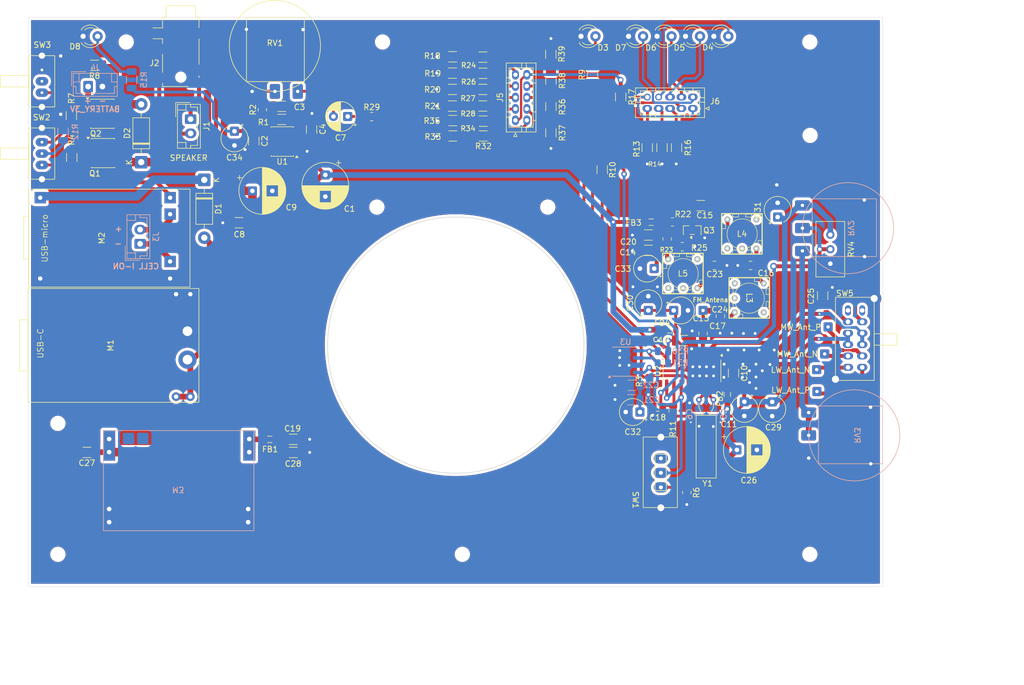
<source format=kicad_pcb>
(kicad_pcb (version 20241229) (generator "pcbnew") (generator_version "9.0")
  (layers (0 "F.Cu" signal) (2 "B.Cu" signal) (13 "F.Paste" user) (15 "B.Paste" user) (5 "F.SilkS" user "F.Silkscreen") (7 "B.SilkS" user "B.Silkscreen") (1 "F.Mask" user) (3 "B.Mask" user) (25 "Edge.Cuts" user))
  (net 0 "")
  (net 1 "/VDD")
  (net 2 "GND")
  (net 3 "Net-(U1--IN)")
  (net 4 "Net-(C3-Pad2)")
  (net 5 "Net-(U1-+IN)")
  (net 6 "Net-(U2-XO)")
  (net 7 "Net-(U2-XI{slash}RCK)")
  (net 8 "Net-(U2-AUDIO_OUT)")
  (net 9 "Net-(D2-K)")
  (net 10 "/DVDD")
  (net 11 "Net-(Q3-C)")
  (net 12 "/RFINP")
  (net 13 "Net-(Q3-B)")
  (net 14 "Net-(C15-Pad1)")
  (net 15 "Net-(C17-Pad1)")
  (net 16 "Net-(C16-Pad2)")
  (net 17 "Net-(D1-K)")
  (net 18 "/+5VUSB")
  (net 19 "Net-(D2-A)")
  (net 20 "Net-(D3-A)")
  (net 21 "Net-(D4-A)")
  (net 22 "Net-(D5-A)")
  (net 23 "Net-(D6-A)")
  (net 24 "Net-(D7-A)")
  (net 25 "Net-(D8-A)")
  (net 26 "/+3.3V")
  (net 27 "Net-(J1-Pin_2)")
  (net 28 "Net-(J1-Pin_1)")
  (net 29 "Net-(U1-Out+)")
  (net 30 "Net-(U1-Out-)")
  (net 31 "/BATTERY+")
  (net 32 "/BATTERY-")
  (net 33 "/+BATT_3V")
  (net 34 "/+CELL_BAT")
  (net 35 "Net-(M3-EN)")
  (net 37 "Net-(Q1-G)")
  (net 38 "Net-(Q2-G)")
  (net 39 "Net-(U2-TUNING)")
  (net 40 "/SPAN")
  (net 41 "Net-(SW2-B)")
  (net 42 "Net-(R18-Pad2)")
  (net 43 "Net-(R19-Pad2)")
  (net 44 "Net-(R20-Pad2)")
  (net 45 "Net-(R21-Pad2)")
  (net 46 "Net-(C24-Pad2)")
  (net 47 "/AM{slash}FM")
  (net 48 "/AMINP")
  (net 49 "/AMINN")
  (net 50 "/RF_SW")
  (net 51 "Net-(C25-Pad2)")
  (net 52 "Net-(H2-Pad1)")
  (net 53 "Net-(H4-Pad1)")
  (net 54 "Net-(R32-Pad1)")
  (net 55 "Net-(M3-OUT)")
  (net 56 "Net-(H5-Pad1)")
  (net 57 "Net-(H6-Pad1)")
  (net 58 "/VDD+")
  (net 61 "Net-(RV2-SLIDER)")
  (net 62 "Net-(C7-Pad1)")
  (net 63 "Net-(R34-Pad1)")
  (net 64 "Net-(C23-Pad2)")
  (net 67 "Net-(RV2-INPUT)")
  (net 68 "Net-(J5-Pin_8)")
  (net 69 "Net-(J5-Pin_1)")
  (net 70 "Net-(J5-Pin_3)")
  (net 71 "Net-(J5-Pin_9)")
  (net 72 "Net-(J5-Pin_7)")
  (net 73 "Net-(J5-Pin_2)")
  (net 74 "Net-(J5-Pin_5)")
  (net 75 "Net-(J5-Pin_4)")
  (net 76 "Net-(J5-Pin_6)")
  (net 77 "Net-(J6-Pin_4)")
  (net 78 "Net-(J6-Pin_2)")
  (net 79 "Net-(J6-Pin_3)")
  (net 80 "Net-(J6-Pin_5)")
  (net 81 "Net-(SW3-C)")
  (net 82 "Net-(R36-Pad1)")
  (net 83 "Net-(R38-Pad1)")
  (net 84 "Net-(RV1-INPUT)")
  (net 85 "Net-(RV1-SLIDER)")
  (net 86 "Net-(SW1-C)")
  (footprint "Przelaczniki:SK-12D07VG5" (layer "F.Cu") (at 60.1 77.6 -90)
    (property "Reference" "SW2")
    (property "Value" "SW_SPDT")
  )
  (footprint "Connector_Wire:SolderWire-0.1sqmm_1x01_D0.4mm_OD1mm" (layer "F.Cu") (at 196.2 115.55)
    (property "Reference" "H2" (hide yes))
    (property "Value" "LW_Ant_N")
  )
  (footprint "Resistor_SMD:R_1206_3216Metric" (layer "F.Cu") (at 65.37 70.93 90)
    (property "Reference" "R7")
    (property "Value" "330k")
  )
  (footprint "LED_THT:LED_D3.0mm" (layer "F.Cu") (at 173.18 57)
    (property "Reference" "D5")
    (property "Value" "LED_green")
  )
  (footprint "Capacitor_SMD:C_0805_2012Metric" (layer "F.Cu") (at 168.292651 122.125)
    (property "Reference" "C18")
    (property "Value" "47n")
  )
  (footprint "Inductor_SMD:L_0805_2012Metric" (layer "F.Cu") (at 170.402651 108.55 180)
    (property "Reference" "FB4")
    (property "Value" "BLM21HE802SN1")
  )
  (footprint "MountingHole:MountingHole_2.2mm_M2" (layer "F.Cu") (at 195 58)
    (property "Reference" "H9")
    (property "Value" "MountingHole")
  )
  (footprint "Cewki:Cewka_5mm_LITZA" (layer "F.Cu") (at 172.7625 98.65)
    (property "Reference" "L5")
    (property "Value" "2.046u")
  )
  (footprint "Resistor_SMD:R_1206_3216Metric" (layer "F.Cu") (at 137.66875 71.9)
    (property "Reference" "R34")
    (property "Value" "0")
  )
  (footprint "Potencjometr_THT:Potencjometr_pojedynczy_thumbweel.mp3" (layer "F.Cu") (at 101.1 58.68)
    (property "Reference" "RV1")
    (property "Value" "10k-20k")
  )
  (footprint "LED_THT:LED_D3.0mm" (layer "F.Cu") (at 168.18 57)
    (property "Reference" "D6")
    (property "Value" "LED_green")
  )
  (footprint "Moduły:TC4056A_Mosfet" (layer "F.Cu") (at 71.2 92.45 90)
    (property "Reference" "M2")
    (property "Value" "TC4056A")
  )
  (footprint "Resistor_SMD:R_0805_2012Metric" (layer "F.Cu") (at 169.95 92.6 90)
    (property "Reference" "R23")
    (property "Value" "100k")
  )
  (footprint "Capacitor_SMD:C_1206_3216Metric" (layer "F.Cu") (at 166.65 91.9 180)
    (property "Reference" "C20")
    (property "Value" "1u")
  )
  (footprint "Resistor_SMD:R_0805_2012Metric" (layer "F.Cu") (at 98.9 69.9 90)
    (property "Reference" "R2")
    (property "Value" "10k")
  )
  (footprint "Resistor_SMD:R_1206_3216Metric" (layer "F.Cu") (at 132.29875 60.6)
    (property "Reference" "R18")
    (property "Value" "2.87k")
  )
  (footprint "Package_SO:SOP-8_3.76x4.96mm_P1.27mm" (layer "F.Cu") (at 102.4 75.48 180)
    (property "Reference" "U1")
    (property "Value" "HXJ8002")
  )
  (footprint "MountingHole:MountingHole_2.2mm_M2" (layer "F.Cu") (at 63 125)
    (property "Reference" "H14")
    (property "Value" "MountingHole")
  )
  (footprint "Przelaczniki:SS-12F44G5" (layer "F.Cu") (at 168.850578 133.684882 -90)
    (property "Reference" "SW1")
    (property "Value" "SW_SPDT")
  )
  (footprint "Resistor_SMD:R_1206_3216Metric" (layer "F.Cu") (at 69.4375 62.1)
    (property "Reference" "R8")
    (property "Value" "10k")
  )
  (footprint "Capacitor_SMD:C_1206_3216Metric" (layer "F.Cu") (at 107.54 73.36 90)
    (property "Reference" "C4")
    (property "Value" "1u")
  )
  (footprint "Capacitor_THT:CP_Radial_Tantal_D4.5mm_P2.50mm" (layer "F.Cu") (at 171.1 105.15)
    (property "Reference" "C13")
    (property "Value" "33u/6.3V")
  )
  (footprint "Przelaczniki:SK-24D02-G4" (layer "F.Cu") (at 202.897349 110.15 90)
    (property "Reference" "SW5")
    (property "Value" "~")
  )
  (footprint "Resistor_SMD:R_0805_2012Metric" (layer "F.Cu") (at 170.9 89.6 180)
    (property "Reference" "R22")
    (property "Value" "1k")
  )
  (footprint "Resistor_SMD:R_1206_3216Metric" (layer "F.Cu") (at 132.26875 69.25)
    (property "Reference" "R21")
    (property "Value" "422k")
  )
  (footprint "Resistor_SMD:R_1206_3216Metric" (layer "F.Cu") (at 132.26875 63.46)
    (property "Reference" "R19")
    (property "Value" "2.1k")
  )
  (footprint "LED_THT:LED_D3.0mm" (layer "F.Cu") (at 154.83 57)
    (property "Reference" "D3")
    (property "Value" "LED_green")
  )
  (footprint "Resistor_SMD:R_1206_3216Metric" (layer "F.Cu") (at 149.55 73.95 90)
    (property "Reference" "R37")
    (property "Value" "422k")
  )
  (footprint "Package_SO:SOP-16_3.9x9.9mm_P1.27mm" (layer "F.Cu") (at 174.317651 115.785 -90)
    (property "Reference" "U2")
    (property "Value" "KT0936M(B9)")
  )
  (footprint "Capacitor_SMD:C_1206_3216Metric" (layer "F.Cu") (at 102.3 69.3 180)
    (property "Reference" "C3")
    (property "Value" "0.1u")
  )
  (footprint "Capacitor_THT:CP_Radial_D8.0mm_P3.80mm" (layer "F.Cu") (at 109.95 81.347349 -90)
    (property "Reference" "C1")
    (property "Value" "470u/6.3V")
  )
  (footprint "Resistor_SMD:R_1206_3216Metric" (layer "F.Cu") (at 132.31875 74.5)
    (property "Reference" "R33")
    (property "Value" "422k")
  )
  (footprint "Resistor_SMD:R_1206_3216Metric" (layer "F.Cu") (at 137.66875 74.5)
    (property "Reference" "R32")
    (property "Value" "0")
  )
  (footprint "Capacitor_SMD:C_0805_2012Metric" (layer "F.Cu") (at 179.3 106.15 -90)
    (property "Reference" "C24")
    (property "Value" "10n/50V")
  )
  (footprint "Capacitor_SMD:C_1206_3216Metric" (layer "F.Cu") (at 68.1 130.1 180)
    (property "Reference" "C27")
    (property "Value" "1u")
  )
  (footprint "MountingHole:MountingHole_2.2mm_M2" (layer "F.Cu") (at 119 87)
    (property "Reference" "H13")
    (property "Value" "MountingHole")
  )
  (footprint "Resistor_SMD:R_1206_3216Metric" (layer "F.Cu") (at 156.85 63.75 90)
    (property "Reference" "R9")
    (property "Value" "510")
  )
  (footprint "Capacitor_THT:CP_Radial_Tantal_D4.5mm_P2.50mm" (layer "F.Cu") (at 94 73.671144 -90)
    (property "Reference" "C34")
    (property "Value" "33u/6.3V")
  )
  (footprint "Diode_THT:D_DO-41_SOD81_P10.16mm_Horizontal" (layer "F.Cu") (at 77.63 79.11 90)
    (property "Reference" "D2")
    (property "Value" "1N5817")
  )
  (footprint "Capacitor_SMD:C_0805_2012Metric" (layer "F.Cu") (at 178.25 97.25 180)
    (property "Reference" "C23")
    (property "Value" "16p")
  )
  (footprint "Crystal:Crystal_AT310_D3.0mm_L10.0mm_Horizontal" (layer "F.Cu") (at 175.532651 120.835)
    (property "Reference" "Y1")
    (property "Value" "32.768kHz")
  )
  (footprint "LED_THT:LED_D3.0mm" (layer "F.Cu") (at 67.43 57)
    (property "Reference" "D8")
    (property "Value" "LED_red")
  )
  (footprint "Capacitor_THT:CP_Radial_Tantal_D4.5mm_P2.50mm" (layer "F.Cu") (at 188.402651 121.221144 -90)
    (property "Reference" "C29")
    (property "Value" "33u/6.3V")
  )
  (footprint "Przelaczniki:SK-12D07VG5" (layer "F.Cu") (at 60.1 64.9 -90)
    (property "Reference" "SW3")
    (property "Value" "SW_SPDT")
  )
  (footprint "Resistor_SMD:R_1206_3216Metric" (layer "F.Cu") (at 161.8 67.65 -90)
    (property "Reference" "R17")
    (property "Value" "0")
  )
  (footprint "MountingHole:MountingHole_2.2mm_M2" (layer "F.Cu") (at 120 58)
    (property "Reference" "H3")
    (property "Value" "MountingHole")
  )
  (footprint "Capacitor_SMD:C_1206_3216Metric" (layer "F.Cu") (at 97.4 75.4 90)
    (property "Reference" "C2")
    (property "Value" "0.1u")
  )
  (footprint "Connector_Wire:SolderWire-0.1sqmm_1x01_D0.4mm_OD1mm" (layer "F.Cu") (at 198.202651 108.05)
    (property "Reference" "H6" (hide yes))
    (property "Value" "MW_Ant_P")
  )
  (footprint "Capacitor_THT:CP_Radial_Tantal_D4.5mm_P2.50mm" (layer "F.Cu") (at 189.35 88.75 90)
    (property "Reference" "C31")
    (property "Value" "33u/6.3V")
  )
  (footprint "Package_SO:SOIC-8_3.9x4.9mm_P1.27mm" (layer "F.Cu") (at 70.915 77.515)
    (property "Reference" "Q1")
    (property "Value" "IRF7404")
  )
  (footprint "Resistor_SMD:R_1206_3216Metric" (layer "F.Cu") (at 149.557526 64.714946 -90)
    (property "Reference" "R38")
    (property "Value" "0")
  )
  (footprint "Resistor_SMD:R_0805_2012Metric" (layer "F.Cu") (at 171.002651 122.8125 90)
    (property "Reference" "R11")
    (property "Value" "10k")
  )
  (footprint "Connector_Wire:SolderWire-0.1sqmm_1x01_D0.4mm_OD1mm" (layer "F.Cu") (at 197.602651 112.8)
    (property "Reference" "H4" (hide yes))
    (property "Value" "MW_Ant_N")
  )
  (footprint "Connector_JST:JST_PHD_B10B-PHDSS_2x05_P2.00mm_Vertical" (layer "F.Cu") (at 143.31875 71.75 90)
    (property "Reference" "J5")
    (property "Value" "Conn_02x05_Top_Bottom")
  )
  (footprint "Capacitor_SMD:C_1206_3216Metric" (layer "F.Cu") (at 104.325 130.1)
    (property "Reference" "C28")
    (property "Value" "1u")
  )
  (footprint "Capacitor_SMD:C_1206_3216Metric" (layer "F.Cu") (at 166.65 94.6 180)
    (property "Reference" "C14")
    (property "Value" "10u")
  )
  (footprint "Capacitor_SMD:C_1206_3216Metric" (layer "F.Cu") (at 175.85 86.75 180)
    (property "Reference" "C15")
    (property "Value" "4u7")
  )
  (footprint "Resistor_SMD:R_1206_3216Metric" (layer "F.Cu") (at 137.61875 60.65)
    (property "Reference" "R24")
    (property "Value" "0")
  )
  (footprint "Capacitor_THT:CP_Radial_Tantal_D4.5mm_P2.50mm" (layer "F.Cu") (at 165.181507 123 180)
    (property "Reference" "C32")
    (property "Value" "33u/6.3V")
  )
  (footprint "Capacitor_THT:CP_Radial_D8.0mm_P3.50mm" (layer "F.Cu") (at 182.2 129.65)
    (property "Reference" "C26")
    (property "Value" "470u/6.3V")
  )
  (footprint "LED_THT:LED_D3.0mm" (layer "F.Cu") (at 178.15 57)
    (property "Reference" "D4")
    (property "Value" "LED_green")
  )
  (footprint "Resistor_SMD:R_1206_3216Metric" (layer "F.Cu") (at 65.44 78.28 90)
    (property "Reference" "R4")
    (property "Value" "330k")
  )
  (footprint "Capacitor_THT:CP_Radial_Tantal_D4.5mm_P2.50mm" (layer "F.Cu") (at 183.502651 121.194888 -90)
    (property "Reference" "C11")
    (property "Value" "33u/6.3V")
  )
  (footprint "Resistor_SMD:R_1206_3216Metric" (layer "F.Cu") (at 132.26875 66.33)
    (property "Reference" "R20")
    (property "Value" "28.7k")
  )
  (footprint "Resistor_SMD:R_0805_2012Metric" (layer "F.Cu") (at 118.1 71.1)
    (property "Reference" "R29")
    (property "Value" "10k")
  )
  (footprint "Resistor_SMD:R_1206_3216Metric" (layer "F.Cu") (at 137.61875 63.5)
    (property "Reference" "R26")
    (property "Value" "0")
  )
  (footprint "Connector_JST:JST_PHD_B10B-PHDSS_2x05_P2.00mm_Vertical" (layer "F.Cu") (at 174.46 69.6725 180)
    (property "Reference" "J6")
    (property "Value" "Conn_02x05_Top_Bottom")
  )
  (footprint "Capacitor_SMD:C_1206_3216Metric" (layer "F.Cu") (at 104.3 127.8)
    (property "Reference" "C19")
    (property "Value" "100n")
  )
  (footprint "Connector_Wire:SolderWire-0.1sqmm_1x01_D0.4mm_OD1mm" (layer "F.Cu") (at 196.25 119.4)
    (property "Reference" "H5" (hide yes))
    (property "Value" "LW_Ant_P")
  )
  (footprint "Resistor_SMD:R_1206_3216Metric" (layer "F.Cu") (at 158.55 80.4375 -90)
    (property "Reference" "R10")
    (property "Value" "510")
  )
  (footprint "Resistor_SMD:R_1206_3216Metric" (layer "F.Cu") (at 149.538005 60.159756 -90)
    (property "Reference" "R39")
    (property "Value" "422k")
  )
  (footprint "Capacitor_THT:CP_Radial_Tantal_D4.5mm_P2.50mm" (layer "F.Cu") (at 166.65 105.15 90)
    (property "Reference" "C30")
    (property "Value" "33u/6.3V")
  )
  (footprint "Capacitor_THT:CP_Radial_Tantal_D4.5mm_P2.50mm" (layer "F.Cu") (at 167.678856 97.8 180)
    (property "Reference" "C33")
    (property "Value" "33u/6.3V")
  )
  (footprint "Resistor_SMD:R_0805_2012Metric" (layer "F.Cu") (at 172.6 93.95 180)
    (property "Reference" "R25")
    (property "Value" "100k")
  )
  (footprint "Resistor_SMD:R_1206_3216Metric" (layer "F.Cu") (at 102.3 71.6 180)
    (property "Reference" "R1")
    (property "Value" "22k")
  )
  (footprint "Cewki:Cewka_5mm_LITZA" (layer "F.Cu") (at 184.4 103 -90)
    (property "Reference" "L3")
    (property "Value" "2.046u")
  )
  (footprint "Resistor_SMD:R_1206_3216Metric" (layer "F.Cu") (at 149.553535 69.343659 90)
    (property "Reference" "R36")
    (property "Value" "0")
  )
  (footprint "Inductor_SMD:L_0805_2012Metric" (layer "F.Cu") (at 100.2 127.8 180)
    (property "Reference" "FB1")
    (property "Value" "BLM21HE472SH1L")
  )
  (footprint "Capacitor_SMD:C_1206_3216Metric" (layer "F.Cu") (at 94.8 89.75 180)
    (property "Reference" "C8")
    (property "Value" "100n")
  )
  (footprint "Inductor_SMD:L_0805_2012Metric" (layer "F.Cu") (at 180.512651 119.905 -90)
    (property "Reference" "FB2")
    (property "Value" "BLM21HE802SN1")
  )
  (footprint "Resistor_SMD:R_1206_3216Metric" (layer "F.Cu") (at 132.31875 71.8)
    (property "Reference" "R35")
    (property "Value" "422k")
  )
  (footprint "Potentiometer_THT:Potentiometer_Bourns_3296W_Vertical" (layer "F.Cu") (at 198.6 96.94 -90)
    (property "Reference" "RV4")
    (property "Value" "10k-100k")
  )
  (footprint "Resistor_SMD:R_1206_3216Metric" (layer "F.Cu") (at 171.6 76.5625 90)
    (property "Reference" "R16")
    (property "Value" "1k")
  )
  (footprint "Capacitor_SMD:C_1206_3216Metric" (layer "F.Cu") (at 172.852651 110.45)
    (property "Reference" "C12")
    (property "Value" "100n")
  )
  (footprint "MountingHole:MountingHole_2.2mm_M2" (layer "F.Cu") (at 149 87)
    (property "Reference" "H11")
    (property "Value" "MountingHole")
  )
  (footprint "MountingHole:MountingHole_2.2mm_M2" (layer "F.Cu") (at 195 148)
    (property "Reference" "H10")
    (property "Value" "MountingHole")
  )
  (footprint "Diode_THT:D_DO-41_SOD81_P10.16mm_Horizontal" (layer "F.Cu") (at 88.7 82.22 -90)
    (property "Reference" "D1")
    (property "Value" "1N5817")
  )
  (footprint "Resistor_SMD:R_1206_3216Metric" (layer "F.Cu") (at 166.45 76.5625 90)
    (property "Reference" "R13")
    (property "Value" "63.4R")
  )
  (footprint "Moduły:USB_C_PD_QC_Power_SupplyUSB_C_PS" (layer "F.Cu") (at 72.75 111.3 90)
    (property "Reference" "M1")
    (property "Value" "~")
  )
  (footprint "Capacitor_SMD:C_1206_3216Metric" (layer "F.Cu") (at 181.602651 116.15 90)
    (property "Reference" "C10")
    (property "Value" "100n")
  )
  (footprint "MountingHole:MountingHole_2.2mm_M2" (layer "F.Cu") (at 134 148)
    (property "Reference" "H12")
    (property "Value" "MountingHole")
  )
  (footprint "Resistor_SMD:R_0805_2012Metric" (layer "F.Cu") (at 166.852651 117.75 -90)
    (property "Reference" "R3")
    (property "Value" "10k")
  )
  (footprint "MountingHole:MountingHole_2.2mm_M2" (layer "F.Cu") (at 63 148)
    (property "Reference" "H8")
    (property "Value" "MountingHole")
  )
  (footprint "Capacitor_THT:CP_Radial_D8.0mm_P3.50mm" (layer "F.Cu") (at 97.147349 84.15)
    (property "Reference" "C9")
    (property "Value" "470u/6.3V")
  )
  (footprint "Gniazdo_jack:Jack_3.5mm_PJ31060-I_Horizontal" (layer "F.Cu") (at 84.575 60.825)
    (property "Reference" "J2")
    (property "Value" "SOCKET JACK")
  )
  (footprint "Inductor_SMD:L_0805_2012Metric" (layer "F.Cu") (at 167.15 89.65 180)
    (property "Reference" "FB3")
    (property "Value" "BLM21HE802SN1")
  )
  (footprint "Resistor_SMD:R_1206_3216Metric" (layer "F.Cu") (at 137.59875 66.33)
    (property "Reference" "R27")
    (property "Value" "0")
  )
  (footprint "Connector_Wire:SolderWire-0.1sqmm_1x01_D0.4mm_OD1mm" (layer "F.Cu") (at 176.25 105.15)
    (property "Reference" "H1" (hide yes))
    (property "Value" "FM_Antena")
  )
  (footprint "Capacitor_SMD:C_1206_3216Metric" (layer "F.Cu") (at 197.25 102.55 -90)
    (property "Reference" "C25")
    (property "Value" "4u7")
  )
  (footprint "Package_TO_SOT_SMD:SOT-23" (layer "F.Cu") (at 174.35 91.0375 90)
    (property "Reference" "Q3")
    (property "Value" "BFS17")
  )
  (footprint "Capacitor_SMD:C_0805_2012Metric" (layer "F.Cu") (at 176.252651 109.2 -90)
    (property "Reference" "C17")
    (property "Value" "100p")
  )
  (footprint "Capacitor_SMD:C_0805_2012Metric" (layer "F.Cu") (at 184.6 97.25)
    (property "Reference" "C16")
    (property "Value" "16p")
  )
  (footprint "Resistor_SMD:R_1206_3216Metric" (layer "F.Cu") (at 169.05 76.5625 90)
    (property "Reference" "R14")
    (property "Value" "1.62k")
  )
  (footprint "Capacitor_THT:CP_Radial_D5.0mm_P2.50mm" (layer "F.Cu") (at 113.875113 71.08 180)
    (property "Reference" "C7")
    (property "Value" "10u/6.3V")
  )
  (footprint "Resistor_SMD:R_0805_2012Metric" (layer "F.Cu") (at 173.402651 137.1375 90)
    (property "Reference" "R6")
    (property "Value" "1k")
  )
  (footprint "Connector_JST:JST_EH_B2B-EH-A_1x02_P2.50mm_Vertical" (layer "F.Cu") (at 86.3 71.55 -90)
    (property "Reference" "J1")
    (property "Value" "SPEAKER")
  )
  (footprint "Package_SO:SOIC-8_3.9x4.9mm_P1.27mm" (layer "F.Cu") (at 70.81 70.6)
    (property "Reference" "Q2")
    (property "Value" "IRF7404")
  )
  (footprint "LED_THT:LED_D3.0mm" (layer "F.Cu") (at 163.18 57)
    (property "Reference" "D7")
    (property "Value" "LED_green")
  )
  (footprint "MountingHole:MountingHole_2.2mm_M2" (layer "F.Cu") (at 75 58)
    (property "Reference" "H7")
    (property "Value" "MountingHole")
  )
  (footprint "Cewki:Cewka_5mm_LITZA" (layer "F.Cu") (at 183.125 91.675)
    (property "Reference" "L4")
    (property "Value" "4.092u")
  )
  (footprint "Resistor_SMD:R_1206_3216Metric" (layer "F.Cu") (at 137.59875 69.24)
    (property "Reference" "R28")
    (property "Value" "0")
  )
  (footprint "MountingHole:MountingHole_2.2mm_M2" (layer "F.Cu") (at 195.05 74.4)
    (property "Reference" "H15")
    (property "Value" "MountingHole")
  )
  (footprint "Potencjometr_THT:Potencjometr_pojedynczy_thumbweel.mp3" (layer "B.Cu") (at 202.8 127.1 90)
    (property "Reference" "RV3")
    (property "Value" "1k-10k")
  )
  (footprint "Resistor_SMD:R_1206_3216Metric" (layer "B.Cu") (at 63.9 73.8 90)
    (property "Reference" "R12")
    (property "Value" "100k")
  )
  (footprint "Connector_JST:JST_EH_B2B-EH-A_1x02_P2.50mm_Vertical" (layer "B.Cu") (at 68.315457 65.824438)
    (property "Reference" "J4")
    (property "Value" "BATTERY_3V")
  )
  (footprint "Resistor_SMD:R_1206_3216Metric" (layer "B.Cu") (at 75.95 64.65 -90)
    (property "Reference" "R15")
    (property "Value" "510")
  )
  (footprint "Potencjometr_THT:Potencjometr_pojedynczy_thumbweel.mp3" (layer "B.Cu") (at 201.7 90.7 90)
    (property "Reference" "RV2")
    (property "Value" "10k-100k")
  )
  (footprint "Capacitor_SMD:C_0805_2012Metric" (layer "B.Cu") (at 175.552651 123.35 -90)
    (property "Reference" "C6")
    (property "Value" "24p")
  )
  (footprint "Capacitor_SMD:C_0805_2012Metric" (layer "B.Cu") (at 178.05 123.35 -90)
    (property "Reference" "C5")
    (property "Value" "24p")
  )
  (footprint "Resistor_SMD:R_0805_2012Metric" (layer "B.Cu") (at 169.202651 114.445)
    (property "Reference" "R31")
    (property "Value" "10k")
  )
  (footprint "Connector_JST:JST_EH_B2B-EH-A_1x02_P2.50mm_Vertical" (layer "B.Cu") (at 77.435 93.45 90)
    (property "Reference" "J3")
    (property "Value" "CELL I-ON")
  )
  (footprint "Moduły:TPS63020_module" (layer "B.Cu") (at 84.1 136.15)
    (property "Reference" "M3")
    (property "Value" "TPS63020")
  )
  (footprint "Package_SO:SOIC-8_3.9x4.9mm_P1.27mm" (layer "B.Cu") (at 162.452651 114.15)
    (property "Reference" "U3")
    (property "Value" "24C02Cx-x-SN")
  )
  (footprint "Resistor_SMD:R_0805_2012Metric" (layer "B.Cu") (at 169.232651 112.315)
    (property "Reference" "R30")
    (property "Value" "10k")
  )
  (footprint "Capacitor_SMD:C_1206_3216Metric" (layer "B.Cu") (at 163.712651 118.305 180)
    (property "Reference" "C22")
    (property "Value" "1u")
  )
  (footprint "Capacitor_SMD:C_1206_3216Metric" (layer "B.Cu") (at 163.702651 120.85 180)
    (property "Reference" "C21")
    (property "Value" "0.1u")
  )
  (gr_rect (start 57.79 53.66) (end 207.79 153.66) (stroke (width 0.05)) (fill no) (layer "Edge.Cuts"))
  (gr_circle (center 132.85 111.25) (end 155.35 111.25) (stroke (width 0.1)) (fill no) (layer "Edge.Cuts"))
  (gr_text "+" (at 69 68.9 0) (layer "B.SilkS") (effects (font (size 1 1) (thickness 0.2) (bold yes)) (justify left bottom mirror)))
  (gr_text "+" (at 74.4 91.4 0) (layer "B.SilkS") (effects (font (size 1 1) (thickness 0.2) (bold yes)) (justify left bottom mirror)))
  (gr_text "-" (at 71.6 68.9 0) (layer "B.SilkS") (effects (font (size 1 1) (thickness 0.2) (bold yes)) (justify left bottom mirror)))
  (gr_text "-" (at 74.35 94 0) (layer "B.SilkS") (effects (font (size 1 1) (thickness 0.2) (bold yes)) (justify left bottom mirror)))
  (segment (start 183.502651 121.194888) (end 183.472651 121.164888) (width 0.5) (layer "F.Cu") (net 1))
  (segment (start 183.502651 121.194888) (end 183.502651 121.5) (width 0.5) (layer "F.Cu") (net 1))
  (segment (start 181.551147 117.55) (end 181.952651 117.55) (width 0.7) (layer "F.Cu") (net 1))
  (segment (start 179.002651 118.285) (end 180.817651 118.285) (width 0.7) (layer "F.Cu") (net 1))
  (segment (start 181.952651 117.55) (end 183.472651 119.07) (width 0.7) (layer "F.Cu") (net 1))
  (segment (start 183.502651 121.5) (end 181.277651 123.725) (width 0.5) (layer "F.Cu") (net 1))
  (segment (start 181.525147 117.576) (end 181.551147 117.55) (width 0.7) (layer "F.Cu") (net 1))
  (segment (start 181.277651 123.725) (end 171.002651 123.725) (width 0.5) (layer "F.Cu") (net 1))
  (segment (start 180.492651 118.225) (end 178.757651 118.225) (width 0.5) (layer "F.Cu") (net 1))
  (segment (start 183.472651 119.07) (end 183.472651 120.325) (width 0.7) (layer "F.Cu") (net 1))
  (segment (start 180.817651 118.285) (end 181.552651 117.55) (width 0.7) (layer "F.Cu") (net 1))
  (segment (start 178.762651 117.55) (end 178.762651 118.285) (width 0.5) (layer "F.Cu") (net 1))
  (segment (start 193.7 86.7) (end 195.9 86.7) (width 1) (layer "B.Cu") (net 1))
  (segment (start 184.342539 121.194888) (end 184.347651 121.2) (width 1) (layer "B.Cu") (net 1))
  (segment (start 183.502651 121.194888) (end 184.342539 121.194888) (width 1) (layer "B.Cu") (net 1))
  (segment (start 190.6 89.2) (end 193.1 86.7) (width 1) (layer "B.Cu") (net 1))
  (segment (start 193.1 86.7) (end 193.7 86.7) (width 1) (layer "B.Cu") (net 1))
  (segment (start 189.35 88.75) (end 190.15 88.75) (width 0.7) (layer "B.Cu") (net 1))
  (segment (start 189.002651 121.2) (end 190.6 119.602651) (width 1) (layer "B.Cu") (net 1))
  (segment (start 195.9 86.7) (end 198.6 89.4) (width 1) (layer "B.Cu") (net 1))
  (segment (start 184.347651 121.2) (end 189.002651 121.2) (width 1) (layer "B.Cu") (net 1))
  (segment (start 190.6 119.602651) (end 190.6 89.2) (width 1) (layer "B.Cu") (net 1))
  (segment (start 198.6 89.4) (end 198.6 91.86) (width 1) (layer "B.Cu") (net 1))
  (segment (start 190.15 88.75) (end 190.6 89.2) (width 0.7) (layer "B.Cu") (net 1))
  (segment (start 97.07 76.615) (end 97.09 76.595) (width 0.5) (layer "F.Cu") (net 2))
  (via (at 160.802651 118.305) (size 1) (drill 0.5) (layers "F.Cu" "B.Cu") (net 2))
  (via (at 175.652651 116.65) (size 1) (drill 0.5) (layers "F.Cu" "B.Cu") (net 2))
  (via (at 149.553535 76.693659) (size 1) (drill 0.5) (layers "F.Cu" "B.Cu") (net 2))
  (via (at 183.172651 116.905) (size 1) (drill 0.5) (layers "F.Cu" "B.Cu") (net 2))
  (via (at 179.252651 109.15) (size 1) (drill 0.5) (layers "F.Cu" "B.Cu") (net 2))
  (via (at 179.3 122.8) (size 0.6) (drill 0.3) (layers "F.Cu" "B.Cu") (net 2))
  (via (at 178.102651 116.65) (size 1) (drill 0.5) (layers "F.Cu" "B.Cu") (net 2))
  (via (at 163.85 94.68) (size 1) (drill 0.5) (layers "F.Cu" "B.Cu") (net 2))
  (via (at 174.452651 116.65) (size 1) (drill 0.5) (layers "F.Cu" "B.Cu") (net 2))
  (via (at 180.45 97.25) (size 1) (drill 0.5) (layers "F.Cu" "B.Cu") (net 2))
  (via (at 169.07 79.4125) (size 1) (drill 0.5) (layers "F.Cu" "B.Cu") (net 2))
  (via (at 163.85 91.92) (size 1) (drill 0.5) (layers "F.Cu" "B.Cu") (net 2))
  (via (at 107.2 127.8) (size 1) (drill 0.5) (layers "F.Cu" "B.Cu") (net 2))
  (via (at 185.552651 114.6) (size 1) (drill 0.5) (layers "F.Cu" "B.Cu") (net 2))
  (via (at 95.85 76.9) (size 1) (drill 0.5) (layers "F.Cu" "B.Cu") (net 2))
  (via (at 176.55 92.4) (size 1) (drill 0.5) (layers "F.Cu" "B.Cu") (net 2))
  (via (at 179.3 124.8) (size 0.6) (drill 0.3) (layers "F.Cu" "B.Cu") (net 2))
  (via (at 185.402651 109.2) (size 1) (drill 0.5) (layers "F.Cu" "B.Cu") (net 2))
  (via (at 185.552651 116.85) (size 1) (drill 0.5) (layers "F.Cu" "B.Cu") (net 2))
  (via (at 188.002651 114.65) (size 1) (drill 0.5) (layers "F.Cu" "B.Cu") (net 2))
  (via (at 184.415675 117.817121) (size 1) (drill 0.5) (layers "F.Cu" "B.Cu") (net 2))
  (via (at 178.052651 125.55) (size 1) (drill 0.5) (layers "F.Cu" "B.Cu") (net 2))
  (via (at 179.912651 116.905) (size 1) (drill 0.5) (layers "F.Cu" "B.Cu") (net 2))
  (via (at 183.452651 112.1) (size 1) (drill 0.5) (layers "F.Cu" "B.Cu") (net 2))
  (via (at 149.553535 57.393659) (size 1) (drill 0.5) (layers "F.Cu" "B.Cu") (net 2))
  (via (at 174.8 93.95) (size 1) (drill 0.5) (layers "F.Cu" "B.Cu") (net 2))
  (via (at 166.652651 119.95) (size 1) (drill 0.5) (layers "F.Cu" "B.Cu") (net 2))
  (via (at 129.48875 66.28) (size 1) (drill 0.5) (layers "F.Cu" "B.Cu") (net 2))
  (via (at 198.95 101.1) (size 1) (drill 0.5) (layers "F.Cu" "B.Cu") (net 2))
  (via (at 160.802651 120.805) (size 1) (drill 0.5) (layers "F.Cu" "B.Cu") (net 2))
  (via (at 174.352651 108.75) (size 1) (drill 0.5) (layers "F.Cu" "B.Cu") (net 2))
  (via (at 129.52875 60.62) (size 1) (drill 0.5) (layers "F.Cu" "B.Cu") (net 2))
  (via (at 180.652651 112.1) (size 1) (drill 0.5) (layers "F.Cu" "B.Cu") (net 2))
  (via (at 106.75 77.2) (size 1) (drill 0.5) (layers "F.Cu" "B.Cu") (net 2))
  (via (at 63.5 70.7) (size 1.5) (drill 0.6) (layers "F.Cu" "B.Cu") (net 2))
  (via (at 174.1 124.8) (size 0.6) (drill 0.3) (layers "F.Cu" "B.Cu") (net 2))
  (via (at 173.9 121.4) (size 1) (drill 0.5) (layers "F.Cu" "B.Cu") (net 2))
  (via (at 168.25 101) (size 1) (drill 0.5) (layers "F.Cu" "B.Cu") (net 2))
  (via (at 168.452651 110.45) (size 1) (drill 0.5) (layers "F.Cu" "B.Cu") (net 2))
  (via (at 161.612651 113.435) (size 1) (drill 0.5) (layers "F.Cu" "B.Cu") (net 2))
  (via (at 181.302651 109.15) (size 1) (drill 0.5) (layers "F.Cu" "B.Cu") (net 2))
  (via (at 163.95 101) (size 1) (drill 0.5) (layers "F.Cu" "B.Cu") (net 2))
  (via (at 175.652651 115.05) (size 1) (drill 0.5) (layers "F.Cu" "B.Cu") (net 2))
  (via (at 178.102651 115.05) (size 1) (drill 0.5) (layers "F.Cu" "B.Cu") (net 2))
  (via (at 182.35 97.25) (size 1) (drill 0.5) (layers "F.Cu" "B.Cu") (net 2))
  (via (at 107.6 70.55) (size 1) (drill 0.5) (layers "F.Cu" "B.Cu") (net 2))
  (via (at 179.952651 114.6) (size 1) (drill 0.5) (layers "F.Cu" "B.Cu") (net 2))
  (via (at 161.632651 114.815) (size 1) (drill 0.5) (layers "F.Cu" "B.Cu") (net 2))
  (via (at 91.95 89.75) (size 1) (drill 0.5) (layers "F.Cu" "B.Cu") (net 2))
  (via (at 175.552651 125.5) (size 1) (drill 0.5) (layers "F.Cu" "B.Cu") (net 2))
  (via (at 107.2 130.1) (size 1) (drill 0.5) (layers "F.Cu" "B.Cu") (net 2))
  (via (at 188.752651 112.1) (size 1) (drill 0.5) (layers "F.Cu" "B.Cu") (net 2))
  (via (at 129.46875 74.55) (size 1) (drill 0.5) (layers "F.Cu" "B.Cu") (net 2))
  (via (at 174.252651 111.9) (size 1) (drill 0.5) (layers "F.Cu" "B.Cu") (net 2))
  (via (at 183.352651 109.2) (size 1) (drill 0.5) (layers "F.Cu" "B.Cu") (net 2))
  (via (at 167.332651 123.615) (size 1) (drill 0.5) (layers "F.Cu" "B.Cu") (net 2))
  (via (at 173.402651 139.25) (size 1) (drill 0.5) (layers "F.Cu" "B.Cu") (net 2))
  (via (at 163.252651 114.8) (size 1) (drill 0.5) (layers "F.Cu" "B.Cu") (net 2))
  (via (at 174.452651 115.05) (size 1) (drill 0.5) (layers "F.Cu" "B.Cu") (net 2))
  (via (at 129.56875 71.9) (size 1) (drill 0.5) (layers "F.Cu" "B.Cu") (net 2))
  (via (at 129.50875 69.28) (size 1) (drill 0.5) (layers "F.Cu" "B.Cu") (net 2))
  (via (at 129.49875 63.47) (size 1) (drill 0.5) (layers "F.Cu" "B.Cu") (net 2))
  (via (at 183.252651 114.6) (size 1) (drill 0.5) (layers "F.Cu" "B.Cu") (net 2))
  (via (at 185.552651 118.85) (size 1) (drill 0.5) (layers "F.Cu" "B.Cu") (net 2))
  (via (at 176.852651 115.05) (size 1) (drill 0.5) (layers "F.Cu" "B.Cu") (net 2))
  (via (at 171.55 79.4125) (size 1) (drill 0.5) (layers "F.Cu" "B.Cu") (net 2))
  (via (at 184.402651 115.75) (size 1) (drill 0.5) (layers "F.Cu" "B.Cu") (net 2))
  (via (at 63.5 60.45) (size 1.5) (drill 0.6) (layers "F.Cu" "B.Cu") (net 2))
  (via (at 161.642651 112.225) (size 1) (drill 0.5) (layers "F.Cu" "B.Cu") (net 2))
  (via (at 176.852651 116.65) (size 1) (drill 0.5) (layers "F.Cu" "B.Cu") (net 2))
  (via (at 186.102651 112.1) (size 1) (drill 0.5) (layers "F.Cu" "B.Cu") (net 2))
  (via (at 166.46 79.4225) (size 1) (drill 0.5) (layers "F.Cu" "B.Cu") (net 2))
  (via (at 186.652651 115.75) (size 1) (drill 0.5) (layers "F.Cu" "B.Cu") (net 2))
  (via (at 189.2 83.1) (size 1) (drill 0.6) (layers "F.Cu" "B.Cu") (net 2))
  (segment (start 103.7625 69.4175) (end 103.7625 71.42) (width 0.5) (layer "F.Cu") (net 3))
  (segment (start 103.7625 72.4) (end 104.9375 73.575) (width 0.5) (layer "F.Cu") (net 3))
  (segment (start 103.7625 71.42) (end 103.7625 72.4) (width 0.5) (layer "F.Cu") (net 3))
  (segment (start 103.825 69.04) (end 103.825 69.355) (width 0.5) (layer "F.Cu") (net 3))
  (segment (start 99.4675 70.5625) (end 100.6275 69.4025) (width 0.5) (layer "F.Cu") (net 4))
  (segment (start 100.6275 69.4025) (end 100.7975 69.4025) (width 0.5) (layer "F.Cu") (net 4))
  (segment (start 98.5725 70.5625) (end 99.4675 70.5625) (width 0.5) (layer "F.Cu") (net 4))
  (segment (start 104.9375 76.115) (end 104.9375 74.845) (width 0.5) (layer "F.Cu") (net 5))
  (segment (start 104.9375 74.845) (end 107.59 74.845) (width 0.5) (layer "F.Cu") (net 5))
  (segment (start 177.492651 120.25) (end 178.032651 120.79) (width 0.5) (layer "F.Cu") (net 6))
  (segment (start 177.492651 118.285) (end 177.492651 120.25) (width 0.5) (layer "F.Cu") (net 6))
  (segment (start 178.052651 122.397349) (end 178.052651 120.855) (width 0.5) (layer "B.Cu") (net 6))
  (segment (start 178.052651 120.855) (end 178.072651 120.835) (width 0.5) (layer "B.Cu") (net 6))
  (segment (start 178.05 122.4) (end 178.052651 122.397349) (width 0.5) (layer "B.Cu") (net 6))
  (segment (start 176.222651 118.285) (end 176.222651 120.06) (width 0.5) (layer "F.Cu") (net 7))
  (segment (start 176.222651 120.06) (end 175.492651 120.79) (width 0.5) (layer "F.Cu") (net 7))
  (segment (start 175.552651 120.855) (end 175.532651 120.835) (width 0.5) (layer "B.Cu") (net 7))
  (segment (start 175.552651 122.4) (end 175.552651 120.855) (width 0.5) (layer "B.Cu") (net 7))
  (segment (start 155.35 101.5) (end 165.4 111.55) (width 0.5) (layer "F.Cu") (net 8))
  (segment (start 152.3 78.35) (end 155.35 81.4) (width 0.5) (layer "F.Cu") (net 8))
  (segment (start 165.825 116.875) (end 166.385151 116.875) (width 0.5) (layer "F.Cu") (net 8))
  (segment (start 127.55 78.35) (end 152.3 78.35) (width 0.5) (layer "F.Cu") (net 8))
  (segment (start 165.4 116.45) (end 165.825 116.875) (width 0.5) (layer "F.Cu") (net 8))
  (segment (start 155.35 81.4) (end 155.35 101.5) (width 0.5) (layer "F.Cu") (net 8))
  (segment (start 173.01265 116.615) (end 173.682651 117.285001) (width 0.5) (layer "F.Cu") (net 8))
  (segment (start 173.01265 116.615) (end 166.660151 116.615) (width 0.5) (layer "F.Cu") (net 8))
  (segment (start 119.0125 71.1) (end 120.3 71.1) (width 0.5) (layer "F.Cu") (net 8))
  (segment (start 120.3 71.1) (end 127.55 78.35) (width 0.5) (layer "F.Cu") (net 8))
  (segment (start 165.4 111.55) (end 165.4 116.45) (width 0.5) (layer "F.Cu") (net 8))
  (segment (start 173.682651 117.285001) (end 173.682651 118.285) (width 0.5) (layer "F.Cu") (net 8))
  (segment (start 73.45 66) (end 73.45 63.35) (width 0.5) (layer "F.Cu") (net 9))
  (segment (start 95.75 84.15) (end 90.69 79.09) (width 1.5) (layer "F.Cu") (net 9))
  (segment (start 70.9 62.1) (end 70.9625 62.0375) (width 0.5) (layer "F.Cu") (net 9))
  (segment (start 73.39 75.61) (end 72.5 75.61) (width 0.5) (layer "F.Cu") (net 9))
  (segment (start 97.15 84.15) (end 95.75 84.15) (width 1.5) (layer "F.Cu") (net 9))
  (segment (start 70.9 74.01) (end 70.9 68.55) (width 0.5) (layer "F.Cu") (net 9))
  (segment (start 84.35 130.05) (end 72 130.05) (width 1.5) (layer "F.Cu") (net 9))
  (segment (start 77.32 79.42) (end 77.63 79.11) (width 0.5) (layer "F.Cu") (net 9))
  (segment (start 77.65 79.09) (end 77.63 79.11) (width 1) (layer "F.Cu") (net 9))
  (segment (start 73.39 75.61) (end 73.39 79.42) (width 1) (layer "F.Cu") (net 9))
  (segment (start 90.69 79.09) (end 77.65 79.09) (width 1.5) (layer "F.Cu") (net 9))
  (segment (start 97.147349 84.15) (end 97.147349 117.252651) (width 1.5) (layer "F.Cu") (net 9))
  (segment (start 97.147349 117.252651) (end 84.35 130.05) (width 1.5) (layer "F.Cu") (net 9))
  (segment (start 72 130.05) (end 69.925 130.05) (width 1) (layer "F.Cu") (net 9))
  (segment (start 73.45 63.35) (end 72.2 62.1) (width 0.5) (layer "F.Cu") (net 9))
  (segment (start 72.2 62.1) (end 70.9 62.1) (width 0.5) (layer "F.Cu") (net 9))
  (segment (start 70.9 68.55) (end 73.45 66) (width 0.5) (layer "F.Cu") (net 9))
  (segment (start 73.835 79.1) (end 77.765 79.1) (width 1.5) (layer "F.Cu") (net 9))
  (segment (start 72.5 75.61) (end 70.9 74.01) (width 0.5) (layer "F.Cu") (net 9))
  (segment (start 172.412651 115.105) (end 172.412651 113.285) (width 0.5) (layer "F.Cu") (net 10))
  (segment (start 167.357651 115.75) (end 171.767651 115.75) (width 0.5) (layer "F.Cu") (net 10))
  (segment (start 170.202651 110.4) (end 170.252651 110.45) (width 0.5) (layer "F.Cu") (net 10))
  (segment (start 171.767651 115.75) (end 172.412651 115.105) (width 0.5) (layer "F.Cu") (net 10))
  (segment (start 158.5 81.85) (end 158.55 81.9) (width 0.5) (layer "F.Cu") (net 10))
  (segment (start 172.412651 111.17) (end 172.412651 113.285) (width 0.5) (layer "F.Cu") (net 10))
  (segment (start 165.05 105.15) (end 171.1 105.15) (width 0.5) (layer "F.Cu") (net 10))
  (segment (start 171.697539 110.454888) (end 172.412651 111.17) (width 0.5) (layer "F.Cu") (net 10))
  (segment (start 158.55 98.65) (end 165.05 105.15) (width 0.5) (layer "F.Cu") (net 10))
  (segment (start 171.465151 108.55) (end 171.465151 110.3625) (width 0.5) (layer "F.Cu") (net 10))
  (segment (start 171.1 105.15) (end 171.45 105.5) (width 0.5) (layer "F.Cu") (net 10))
  (segment (start 171.45 105.5) (end 171.45 108.534849) (width 0.5) (layer "F.Cu") (net 10))
  (segment (start 171.465151 110.3625) (end 171.377651 110.45) (width 0.5) (layer "F.Cu") (net 10))
  (segment (start 170.252651 110.45) (end 171.582651 110.45) (width 0.5) (layer "F.Cu") (net 10))
  (segment (start 158.55 81.9) (end 158.55 98.65) (width 0.5) (layer "F.Cu") (net 10))
  (segment (start 171.45 108.534849) (end 171.465151 108.55) (width 0.5) (layer "F.Cu") (net 10))
  (segment (start 166.812651 115.205) (end 167.357651 115.75) (width 0.5) (layer "F.Cu") (net 10))
  (via (at 166.812651 115.205) (size 1) (drill 0.5) (layers "F.Cu" "B.Cu") (net 10))
  (via (at 170.152651 110.45) (size 1) (drill 0.5) (layers "F.Cu" "B.Cu") (net 10))
  (segment (start 170.162651 114.4925) (end 170.115151 114.445) (width 0.5) (layer "B.Cu") (net 10))
  (segment (start 170.202651 110.4) (end 170.145151 110.3425) (width 0.5) (layer "B.Cu") (net 10))
  (segment (start 165.177651 120.85) (end 165.177651 122.803856) (width 0.5) (layer "B.Cu") (net 10))
  (segment (start 170.145151 110.3425) (end 170.145151 112.315) (width 0.5) (layer "B.Cu") (net 10))
  (segment (start 165.177651 122.803856) (end 165.131507 122.85) (width 0.5) (layer "B.Cu") (net 10))
  (segment (start 165.212651 117.625) (end 165.212651 116.185) (width 0.5) (layer "B.Cu") (net 10))
  (segment (start 170.115151 112.345) (end 170.145151 112.315) (width 0.5) (layer "B.Cu") (net 10))
  (segment (start 166.812651 115.205) (end 165.965151 116.0525) (width 0.5) (layer "B.Cu") (net 10))
  (segment (start 165.187651 120.84) (end 165.187651 117.7825) (width 0.5) (layer "B.Cu") (net 10))
  (segment (start 165.177651 120.85) (end 165.187651 120.84) (width 0.5) (layer "B.Cu") (net 10))
  (segment (start 170.115151 114.445) (end 170.115151 112.345) (width 0.5) (layer "B.Cu") (net 10))
  (segment (start 166.812651 115.205) (end 166.962651 115.355) (width 0.5) (layer "B.Cu") (net 10))
  (segment (start 165.965151 116.0525) (end 164.897651 116.0525) (width 0.5) (layer "B.Cu") (net 10))
  (segment (start 171.8125 89.6) (end 174.2 89.6) (width 0.5) (layer "F.Cu") (net 11))
  (segment (start 174.375 86.75) (end 171.8125 89.3125) (width 0.7) (layer "F.Cu") (net 11))
  (segment (start 171.8125 89.3125) (end 171.8125 89.6) (width 0.7) (layer "F.Cu") (net 11))
  (segment (start 176.252651 113.255) (end 176.222651 113.285) (width 0.7) (layer "F.Cu") (net 12))
  (segment (start 176.222651 113.285) (end 176.222651 110.33) (width 0.7) (layer "F.Cu") (net 12))
  (segment (start 176.222651 110.33) (end 176.252651 110.3) (width 0.7) (layer "F.Cu") (net 12))
  (segment (start 172.325 91.975) (end 171.6875 92.6125) (width 0.5) (layer "F.Cu") (net 13))
  (segment (start 171.6875 92.6125) (end 171.6875 93.95) (width 0.5) (layer "F.Cu") (net 13))
  (segment (start 171.8 93.575) (end 171.6875 93.6875) (width 0.2) (layer "F.Cu") (net 13))
  (segment (start 171.6875 93.6875) (end 171.6875 93.95) (width 0.2) (layer "F.Cu") (net 13))
  (segment (start 169.95 93.5125) (end 171.5 93.5125) (width 0.5) (layer "F.Cu") (net 13))
  (segment (start 169.95 93.5125) (end 169.95 95.9375) (width 0.7) (layer "F.Cu") (net 13))
  (segment (start 169.95 95.9375) (end 170.1625 96.15) (width 0.5) (layer "F.Cu") (net 13))
  (segment (start 173.4 91.975) (end 172.325 91.975) (width 0.5) (layer "F.Cu") (net 13))
  (segment (start 178.4 84.45) (end 199 84.45) (width 0.7) (layer "F.Cu") (net 14))
  (segment (start 201.4 99.25) (end 202.95 100.8) (width 0.7) (layer "F.Cu") (net 14))
  (segment (start 202.95 105.902651) (end 204.197349 107.15) (width 0.7) (layer "F.Cu") (net 14))
  (segment (start 202.95 102.45) (end 202.95 105.902651) (width 0.7) (layer "F.Cu") (net 14))
  (segment (start 201.4 86.85) (end 201.4 99.25) (width 0.7) (layer "F.Cu") (net 14))
  (segment (start 202.95 100.8) (end 202.95 102.8) (width 0.7) (layer "F.Cu") (net 14))
  (segment (start 199 84.45) (end 201.4 86.85) (width 0.7) (layer "F.Cu") (net 14))
  (segment (start 177.325 86.75) (end 177.325 85.525) (width 0.7) (layer "F.Cu") (net 14))
  (segment (start 177.325 85.525) (end 178.4 84.45) (width 0.7) (layer "F.Cu") (net 14))
  (segment (start 176.15 105.2) (end 179.3 105.2) (width 1) (layer "F.Cu") (net 15))
  (segment (start 176.252651 108.25) (end 176.252651 105.152651) (width 0.7) (layer "F.Cu") (net 15))
  (segment (start 176.252651 105.152651) (end 176.25 105.15) (width 0.7) (layer "F.Cu") (net 15))
  (segment (start 185.625 99.125) (end 186.9 100.4) (width 0.7) (layer "F.Cu") (net 16))
  (segment (start 185.6 97.1) (end 185.45 97.25) (width 0.7) (layer "F.Cu") (net 16))
  (segment (start 185.625 94.275) (end 185.625 99.125) (width 0.7) (layer "F.Cu") (net 16))
  (segment (start 185.625 94.275) (end 185.6 94.3) (width 0.7) (layer "F.Cu") (net 16))
  (segment (start 60.025 85.1) (end 76.9 85.1) (width 1.5) (layer "B.Cu") (net 17))
  (segment (start 88.68 82.2) (end 88.7 82.22) (width 1) (layer "B.Cu") (net 17))
  (segment (start 79.8 82.2) (end 88.68 82.2) (width 1.5) (layer "B.Cu") (net 17))
  (segment (start 76.9 85.1) (end 79.8 82.2) (width 1.5) (layer "B.Cu") (net 17))
  (segment (start 86.25 114.3) (end 86.25 120.3) (width 1) (layer "F.Cu") (net 18))
  (segment (start 85.925 114.5) (end 85.9 114.5) (width 1) (layer "F.Cu") (net 18))
  (segment (start 89.66 110.765) (end 85.925 114.5) (width 1) (layer "F.Cu") (net 18))
  (segment (start 85.75 113.8) (end 86.25 114.3) (width 1) (layer "F.Cu") (net 18))
  (segment (start 83.75 120.3) (end 86.25 120.3) (width 1) (layer "F.Cu") (net 18))
  (segment (start 89.66 93.34) (end 89.66 110.765) (width 1) (layer "F.Cu") (net 18))
  (segment (start 88.9 92.58) (end 89.66 93.34) (width 1) (layer "F.Cu") (net 18))
  (segment (start 77.63 68.95) (end 73.54 68.95) (width 1.5) (layer "F.Cu") (net 19))
  (segment (start 73.285 68.695) (end 73.285 72.505) (width 1) (layer "F.Cu") (net 19))
  (segment (start 73.54 68.95) (end 73.285 68.695) (width 0.5) (layer "F.Cu") (net 19))
  (segment (start 157.35 57.02) (end 157.35 60.8) (width 0.5) (layer "F.Cu") (net 20))
  (segment (start 156.85 61.3) (end 156.85 62.2875) (width 0.5) (layer "F.Cu") (net 20))
  (segment (start 157.37 57) (end 157.35 57.02) (width 0.5) (layer "F.Cu") (net 20))
  (segment (start 157.35 60.8) (end 156.85 61.3) (width 0.5) (layer "F.Cu") (net 20))
  (segment (start 169.431 55.9) (end 169.431 55.569) (width 0.4) (layer "B.Cu") (net 21))
  (segment (start 180.69 55.69) (end 180.69 57) (width 0.4) (layer "B.Cu") (net 21))
  (segment (start 169.431 55.569) (end 169.9 55.1) (width 0.4) (layer "B.Cu") (net 21))
  (segment (start 169.9 55.1) (end 180.1 55.1) (width 0.4) (layer "B.Cu") (net 21))
  (segment (start 169.431 66.529876) (end 169.431 58.072506) (width 0.4) (layer "B.Cu") (net 21))
  (segment (start 169.431 58.148773) (end 169.431 55.9) (width 0.3) (layer "B.Cu") (net 21))
  (segment (start 180.1 55.1) (end 180.69 55.69) (width 0.4) (layer "B.Cu") (net 21))
  (segment (start 168.46 67.6725) (end 169.392227 66.740273) (width 0.4) (layer "B.Cu") (net 21))
  (segment (start 169.432227 58.15) (end 169.431 58.148773) (width 0.3) (layer "B.Cu") (net 21))
  (segment (start 169.392227 66.682916) (end 169.45 66.625143) (width 0.4) (layer "B.Cu") (net 21))
  (segment (start 170.46 66.9225) (end 172.9825 64.4) (width 0.4) (layer "B.Cu") (net 22))
  (segment (start 170.46 67.6725) (end 170.46 66.9225) (width 0.4) (layer "B.Cu") (net 22))
  (segment (start 174.9 64.4) (end 175.72 63.58) (width 0.4) (layer "B.Cu") (net 22))
  (segment (start 172.9825 64.4) (end 174.9 64.4) (width 0.4) (layer "B.Cu") (net 22))
  (segment (start 175.72 63.58) (end 175.72 57) (width 0.4) (layer "B.Cu") (net 22))
  (segment (start 170.72 57) (end 170.68 57.04) (width 0.5) (layer "F.Cu") (net 23))
  (segment (start 172.46 66.66) (end 172.46 67.6725) (width 0.5) (layer "F.Cu") (net 23))
  (segment (start 170.68 57.04) (end 170.68 64.88) (width 0.5) (layer "F.Cu") (net 23))
  (segment (start 170.68 64.88) (end 172.46 66.66) (width 0.5) (layer "F.Cu") (net 23))
  (segment (start 167.411 66.2235) (end 165.72 64.5325) (width 0.4) (layer "B.Cu") (net 24))
  (segment (start 174.11 68.6725) (end 167.81 68.6725) (width 0.4) (layer "B.Cu") (net 24))
  (segment (start 174.46 68.3225) (end 174.11 68.6725) (width 0.4) (layer "B.Cu") (net 24))
  (segment (start 167.81 68.6725) (end 167.46 68.3225) (width 0.4) (layer "B.Cu") (net 24))
  (segment (start 165.72 64.5325) (end 165.72 57) (width 0.4) (layer "B.Cu") (net 24))
  (segment (start 165.75 57.03) (end 165.72 57) (width 0.4) (layer "B.Cu") (net 24))
  (segment (start 165.75 58.2) (end 165.75 57.03) (width 0.4) (layer "B.Cu") (net 24))
  (segment (start 174.46 67.6725) (end 174.46 68.3225) (width 0.4) (layer "B.Cu") (net 24))
  (segment (start 167.46 68.3225) (end 167.46 66.250041) (width 0.4) (layer "B.Cu") (net 24))
  (segment (start 76.15 63.1875) (end 76.2 63.1375) (width 0.5) (layer "B.Cu") (net 25))
  (segment (start 69.97 57) (end 69.97 59.17) (width 0.5) (layer "B.Cu") (net 25))
  (segment (start 69.97 59.17) (end 73.9875 63.1875) (width 0.5) (layer "B.Cu") (net 25))
  (segment (start 73.9875 63.1875) (end 76.15 63.1875) (width 0.5) (layer "B.Cu") (net 25))
  (segment (start 94.031144 73.64) (end 97.085 73.64) (width 0.7) (layer "F.Cu") (net 26))
  (segment (start 102.3 88.45) (end 102.3 123.775) (width 1) (layer "F.Cu") (net 26))
  (segment (start 102.825 127.8) (end 101.2625 127.8) (width 1) (layer "F.Cu") (net 26))
  (segment (start 97.085 73.64) (end 97.09 73.645) (width 0.5) (layer "F.Cu") (net 26))
  (segment (start 99.8625 74.845) (end 101.615 74.845) (width 0.7) (layer "F.Cu") (net 26))
  (segment (start 108.602651 80) (end 109.95 81.347349) (width 0.7) (layer "F.Cu") (net 26))
  (segment (start 180.512651 121.487952) (end 180.544905 121.455698) (width 1) (layer "F.Cu") (net 26))
  (segment (start 182.2 129.652651) (end 182.2 129.65) (width 1) (layer "F.Cu") (net 26))
  (segment (start 102.3 123.775) (end 101.2625 124.8125) (width 1) (layer "F.Cu") (net 26))
  (segment (start 164.25 89.6) (end 165.81875 89.6) (width 0.7) (layer "F.Cu") (net 26))
  (segment (start 102.67 78.47) (end 104.2 80) (width 0.7) (layer "F.Cu") (net 26))
  (segment (start 178.3 142.7) (end 180.502651 140.497349) (width 1) (layer "F.Cu") (net 26))
  (segment (start 166.78625 108.55) (end 169.21375 108.55) (width 1) (layer "F.Cu") (net 26))
  (segment (start 104.2 80) (end 108.602651 80) (width 0.7) (layer "F.Cu") (net 26))
  (segment (start 180.502651 131.35) (end 182.2 129.652651) (width 1) (layer "F.Cu") (net 26))
  (segment (start 160.5 89.614698) (end 164.235302 89.614698) (width 0.7) (layer "F.Cu") (net 26))
  (segment (start 98.29 74.845) (end 99.8625 74.845) (width 0.7) (layer "F.Cu") (net 26))
  (segment (start 109.402651 81.347349) (end 102.3 88.45) (width 1) (layer "F.Cu") (net 26))
  (segment (start 101.2625 124.8125) (end 101.2625 127.8) (width 1) (layer "F.Cu") (net 26))
  (segment (start 94 73.671144) (end 94.031144 73.64) (width 0.7) (layer "F.Cu") (net 26))
  (segment (start 101.2625 127.8) (end 101.2625 130.1) (width 1) (layer "F.Cu") (net 26))
  (segment (start 102.67 75.9) (end 102.67 78.47) (width 0.7) (layer "F.Cu") (net 26))
  (segment (start 164.235302 89.614698) (end 164.25 89.6) (width 0.7) (layer "F.Cu") (net 26))
  (segment (start 109.95 81.347349) (end 109.402651 81.347349) (width 1) (layer "F.Cu") (net 26))
  (segment (start 180.512651 122.19) (end 180.512651 121.487952) (width 1) (layer "F.Cu") (net 26))
  (segment (start 180.502651 122.2) (end 180.512651 122.19) (width 1) (layer "F.Cu") (net 26))
  (segment (start 101.615 74.845) (end 102.67 75.9) (width 0.7) (layer "F.Cu") (net 26))
  (segment (start 101.2625 130.1) (end 101.2625 136.6625) (width 1) (layer "F.Cu") (net 26))
  (segment (start 102.85 130.1) (end 101.2625 130.1) (width 1) (layer "F.Cu") (net 26))
  (segment (start 101.2625 136.6625) (end 107.3 142.7) (width 1) (layer "F.Cu") (net 26))
  (segment (start 180.502651 140.497349) (end 180.502651 131.35) (width 1) (layer "F.Cu") (net 26))
  (segment (start 97.085 73.64) (end 98.29 74.845) (width 0.7) (layer "F.Cu") (net 26))
  (segment (start 107.3 142.7) (end 178.3 142.7) (width 1) (layer "F.Cu") (net 26))
  (segment (start 180.502651 122.45) (end 180.502651 122.2) (width 1) (layer "F.Cu") (net 26))
  (via (at 166.9 108.55) (size 1) (drill 0.5) (layers "F.Cu" "B.Cu") (net 26))
  (via (at 180.502651 122.45) (size 1.2) (drill 0.6) (layers "F.Cu" "B.Cu") (net 26))
  (via (at 160.5 89.614698) (size 1) (drill 0.5) (layers "F.Cu" "B.Cu") (net 26))
  (segment (start 163.65 108.55) (end 163.852651 108.55) (width 1) (layer "B.Cu") (net 26))
  (segment (start 109.95 81.347349) (end 109.652651 81.347349) (width 1) (layer "B.Cu") (net 26))
  (segment (start 88.5 66.8) (end 76.6375 66.8) (width 0.5) (layer "B.Cu") (net 26))
  (segment (start 152.242651 81.357349) (end 109.96 81.357349) (width 1) (layer "B.Cu") (net 26))
  (segment (start 90.3 71.39) (end 90.3 68.6) (width 0.5) (layer "B.Cu") (net 26))
  (segment (start 92.581144 73.671144) (end 90.3 71.39) (width 0.5) (layer "B.Cu") (net 26))
  (segment (start 76.6375 66.8) (end 75.95 66.1125) (width 0.5) (layer "B.Cu") (net 26))
  (segment (start 90.3 68.6) (end 88.5 66.8) (width 0.5) (layer "B.Cu") (net 26))
  (segment (start 160.5 89.614698) (end 160.5 105.4) (width 1) (layer "B.Cu") (net 26))
  (segment (start 160.5 89.614698) (end 152.242651 81.357349) (width 1) (layer "B.Cu") (net 26))
  (segment (start 163.85265 108.55) (end 166.8425 108.55) (width 1) (layer "B.Cu") (net 26))
  (segment (start 180.502651 122.45) (end 180.502651 127.952651) (width 1) (layer "B.Cu") (net 26))
  (segment (start 94 73.671144) (end 92.581144 73.671144) (width 0.5) (layer "B.Cu") (net 26))
  (segment (start 160.5 105.4) (end 163.65 108.55) (width 1) (layer "B.Cu") (net 26))
  (segment (start 180.502651 127.952651) (end 182.2 129.65) (width 1) (layer "B.Cu") (net 26))
  (segment (start 82.62 74.1) (end 80.79 72.27) (width 0.7) (layer "F.Cu") (net 27))
  (segment (start 85.93 74.1) (end 82.62 74.1) (width 0.7) (layer "F.Cu") (net 27))
  (segment (start 80.79 72.27) (end 80.79 64.41) (width 0.7) (layer "F.Cu") (net 27))
  (segment (start 80.79 64.41) (end 80.925 64.275) (width 0.7) (layer "F.Cu") (net 27))
  (segment (start 86.3 69.3) (end 86.3 71.55) (width 0.7) (layer "F.Cu") (net 28))
  (segment (start 87.775 65.175) (end 87.7 65.25) (width 0.7) (layer "F.Cu") (net 28))
  (segment (start 87.775 65.175) (end 87.775 67.825) (width 0.7) (layer "F.Cu") (net 28))
  (segment (start 87.775 67.825) (end 86.3 69.3) (width 0.7) (layer "F.Cu") (net 28))
  (segment (start 93.35 78.55) (end 90.75 75.95) (width 0.7) (layer "F.Cu") (net 29))
  (segment (start 88.094 62.534) (end 88.145 62.585) (width 0.5) (layer "F.Cu") (net 29))
  (segment (start 89.975 62.975) (end 88.225 62.975) (width 0.7) (layer "F.Cu") (net 29))
  (segment (start 90.75 63.75) (end 89.975 62.975) (width 0.7) (layer "F.Cu") (net 29))
  (segment (start 98.6975 78.55) (end 93.35 78.55) (width 0.7) (layer "F.Cu") (net 29))
  (segment (start 90.75 75.95) (end 90.75 63.75) (width 0.7) (layer "F.Cu") (net 29))
  (segment (start 99.8625 77.385) (end 98.6975 78.55) (width 0.7) (layer "F.Cu") (net 29))
  (segment (start 95.08 72) (end 99.4675 72) (width 0.7) (layer "F.Cu") (net 30))
  (segment (start 88.805 59.175) (end 93.66 64.03) (width 0.7) (layer "F.Cu") (net 30))
  (segment (start 99.8625 73.575) (end 99.8625 72.395) (width 0.7) (layer "F.Cu") (net 30))
  (segment (start 93.66 70.58) (end 95.08 72) (width 0.7) (layer "F.Cu") (net 30))
  (segment (start 99.4675 72) (end 100.2575 72) (width 0.7) (layer "F.Cu") (net 30))
  (segment (start 80.925 59.175) (end 80.845 59.095) (width 0.7) (layer "F.Cu") (net 30))
  (segment (start 100.2575 72) (end 100.8375 71.42) (width 0.7) (layer "F.Cu") (net 30))
  (segment (start 99.4675 72) (end 99.8625 72.395) (width 0.7) (layer "F.Cu") (net 30))
  (segment (start 80.925 59.175) (end 88.805 59.175) (width 0.7) (layer "F.Cu") (net 30))
  (segment (start 93.66 64.03) (end 93.66 70.58) (width 0.7) (layer "F.Cu") (net 30))
  (segment (start 82.7 89.25) (end 82.7 88.65) (width 1) (layer "F.Cu") (net 31))
  (segment (start 77.455 90.97) (end 80.98 90.97) (width 1) (layer "F.Cu") (net 31))
  (segment (start 80.98 90.97) (end 82.7 89.25) (width 1) (layer "F.Cu") (net 31))
  (segment (start 77.4 91.25) (end 77.42 91.27) (width 1) (layer "F.Cu") (net 31))
  (segment (start 77.455 93.47) (end 79.995 93.47) (width 1) (layer "F.Cu") (net 32))
  (segment (start 82.7 96.175) (end 82.7 96.95) (width 1) (layer "F.Cu") (net 32))
  (segment (start 79.995 93.47) (end 82.7 96.175) (width 1) (layer "F.Cu") (net 32))
  (segment (start 68.3 65.839895) (end 68.3 71.04) (width 1) (layer "F.Cu") (net 33))
  (segment (start 68.335 69.965) (end 65.90125 69.965) (width 0.5) (layer "F.Cu") (net 33))
  (segment (start 65.90125 69.965) (end 65.36625 69.43) (width 0.5) (layer "F.Cu") (net 33))
  (segment (start 68.315457 65.824438) (end 68.3 65.839895) (width 1) (layer "F.Cu") (net 33))
  (segment (start 70.94 81.04) (end 70.94 78.94) (width 0.7) (layer "F.Cu") (net 34))
  (segment (start 72.55 82.65) (end 70.94 81.04) (width 0.7) (layer "F.Cu") (net 34))
  (segment (start 65.63375 76.89) (end 68.46625 76.89) (width 0.5) (layer "F.Cu") (net 34))
  (segment (start 70.15 78.15) (end 68.44 78.15) (width 0.7) (layer "F.Cu") (net 34))
  (segment (start 82.7 84.975) (end 80.375 82.65) (width 0.7) (layer "F.Cu") (net 34))
  (segment (start 70.94 78.94) (end 70.15 78.15) (width 0.7) (layer "F.Cu") (net 34))
  (segment (start 68.44 75.61) (end 68.44 78.15) (width 1) (layer "F.Cu") (net 34))
  (segment (start 80.375 82.65) (end 72.55 82.65) (width 0.7) (layer "F.Cu") (net 34))
  (segment (start 60.2 79.6) (end 65.2975 79.6) (width 0.5) (layer "F.Cu") (net 37))
  (segment (start 65.59625 79.43) (end 68.04375 79.43) (width 0.5) (layer "F.Cu") (net 37))
  (segment (start 65.2975 79.6) (end 65.44 79.7425) (width 0.5) (layer "F.Cu") (net 37))
  (segment (start 65.37 72.3925) (end 62.1625 75.6) (width 0.5) (layer "F.Cu") (net 38))
  (segment (start 68.335 72.505) (end 65.6775 72.505) (width 0.5) (layer "F.Cu") (net 38))
  (segment (start 62.1625 75.6) (end 60.2 75.6) (width 0.5) (layer "F.Cu") (net 38))
  (segment (start 60.88 75.31) (end 61 75.19) (width 0.5) (layer "B.Cu") (net 38))
  (segment (start 60.74 75.31) (end 60.88 75.31) (width 0.5) (layer "B.Cu") (net 38))
  (segment (start 156.85 100.55) (end 156.85 65.7125) (width 0.5) (layer "F.Cu") (net 39))
  (segment (start 169.6 113.3) (end 156.85 100.55) (width 0.5) (layer "F.Cu") (net 39))
  (segment (start 169.851325 113.3) (end 169.6 113.3) (width 0.5) (layer "F.Cu") (net 39))
  (segment (start 168.842651 119.595) (end 168.842651 122.55) (width 0.5) (layer "F.Cu") (net 40))
  (segment (start 171.142651 121.9125) (end 171.142651 118.285) (width 0.5) (layer "F.Cu") (net 40))
  (segment (start 158.55 78.975) (end 158.55 68.9325) (width 0.5) (layer "F.Cu") (net 40))
  (segment (start 162.4 80.5) (end 160.85 78.95) (width 0.5) (layer "F.Cu") (net 40))
  (segment (start 160.85 78.95) (end 158.575 78.95) (width 0.5) (layer "F.Cu") (net 40))
  (segment (start 162.4 81.2) (end 162.4 80.5) (width 0.5) (layer "F.Cu") (net 40))
  (segment (start 158.575 78.95) (end 158.55 78.975) (width 0.5) (layer "F.Cu") (net 40))
  (segment (start 170.962651 122.0925) (end 171.142651 121.9125) (width 0.5) (layer "F.Cu") (net 40))
  (segment (start 158.55 68.9325) (end 159.81 67.6725) (width 0.5) (layer "F.Cu") (net 40))
  (segment (start 169.517651 121.85) (end 170.800151 121.85) (width 0.5) (layer "F.Cu") (net 40))
  (segment (start 159.81 67.6725) (end 166.46 67.6725) (width 0.5) (layer "F.Cu") (net 40))
  (via (at 162.4 81.2) (size 1) (drill 0.5) (layers "F.Cu" "B.Cu") (net 40))
  (via (at 168.842651 119.595) (size 1) (drill 0.5) (layers "F.Cu" "B.Cu") (net 40))
  (segment (start 174.46 70.8225) (end 174.46 69.6725) (width 0.4) (layer "B.Cu") (net 40))
  (segment (start 171.701651 110.601) (end 171.701651 116.801) (width 0.5) (layer "B.Cu") (net 40))
  (segment (start 164.86 68.0725) (end 164.86 70.3725) (width 0.4) (layer "B.Cu") (net 40))
  (segment (start 174.16 71.1225) (end 174.46 70.8225) (width 0.4) (layer "B.Cu") (net 40))
  (segment (start 171.701651 111.95) (end 171.701651 108.651651) (width 0.5) (layer "B.Cu") (net 40))
  (segment (start 164.86 70.3725) (end 165.61 71.1225) (width 0.4) (layer "B.Cu") (net 40))
  (segment (start 171.701651 116.801) (end 168.907651 119.595) (width 0.5) (layer "B.Cu") (net 40))
  (segment (start 165.61 71.1225) (end 174.16 71.1225) (width 0.4) (layer "B.Cu") (net 40))
  (segment (start 165.26 67.6725) (end 164.86 68.0725) (width 0.4) (layer "B.Cu") (net 40))
  (segment (start 166.46 67.6725) (end 165.26 67.6725) (width 0.4) (layer "B.Cu") (net 40))
  (segment (start 170.05 107) (end 164.95 107) (width 0.5) (layer "B.Cu") (net 40))
  (segment (start 162.4 104.45) (end 162.4 81.2) (width 0.5) (layer "B.Cu") (net 40))
  (segment (start 164.95 107) (end 162.4 104.45) (width 0.5) (layer "B.Cu") (net 40))
  (segment (start 168.907651 119.595) (end 168.842651 119.595) (width 0.5) (layer "B.Cu") (net 40))
  (segment (start 171.701651 108.651651) (end 170.05 107) (width 0.5) (layer "B.Cu") (net 40))
  (segment (start 63.9 75.2625) (end 63.9 76) (width 0.5) (layer "B.Cu") (net 41))
  (segment (start 63.9 76) (end 62.3 77.6) (width 0.5) (layer "B.Cu") (net 41))
  (segment (start 62.3 77.6) (end 60.2 77.6) (width 0.5) (layer "B.Cu") (net 41))
  (segment (start 136.15625 60.65) (end 133.81125 60.65) (width 0.5) (layer "F.Cu") (net 42))
  (segment (start 136.15625 63.5) (end 133.77125 63.5) (width 0.5) (layer "F.Cu") (net 43))
  (segment (start 136.13625 66.33) (end 133.73125 66.33) (width 0.5) (layer "F.Cu") (net 44))
  (segment (start 136.13625 69.24) (end 133.74125 69.24) (width 0.5) (layer "F.Cu") (net 45))
  (segment (start 180.2 107.1) (end 181.8 105.5) (width 0.7) (layer "F.Cu") (net 46))
  (segment (start 181.8 105.6) (end 181.8 105.5) (width 0.7) (layer "F.Cu") (net 46))
  (segment (start 179.3 107.1) (end 180.2 107.1) (width 0.7) (layer "F.Cu") (net 46))
  (segment (start 172.412651 118.285) (end 172.412651 120.45) (width 0.5) (layer "F.Cu") (net 47))
  (via (at 172.412651 120.45) (size 1) (drill 0.5) (layers "F.Cu" "B.Cu") (net 47))
  (segment (start 168.807558 133.685093) (end 168.802651 133.69) (width 0.5) (layer "B.Cu") (net 47))
  (segment (start 172.412651 120.45) (end 172.402651 120.45) (width 0.5) (layer "B.Cu") (net 47))
  (segment (start 172.412651 120.45) (end 172.412651 132.84) (width 0.5) (layer "B.Cu") (net 47))
  (segment (start 167.782651 118.605) (end 168.262651 118.125) (width 0.5) (layer "B.Cu") (net 47))
  (segment (start 164.897651 113.5125) (end 167.357651 113.5125) (width 0.5) (layer "B.Cu") (net 47))
  (segment (start 167.357651 113.5125) (end 168.290151 114.445) (width 0.5) (layer "B.Cu") (net 47))
  (segment (start 171.167651 121.685) (end 168.652651 121.685) (width 0.5) (layer "B.Cu") (net 47))
  (segment (start 172.402651 120.45) (end 171.167651 121.685) (width 0.5) (layer "B.Cu") (net 47))
  (segment (start 171.567558 133.685093) (end 168.807558 133.685093) (width 0.5) (layer "B.Cu") (net 47))
  (segment (start 168.262651 118.125) (end 168.262651 114.4175) (width 0.5) (layer "B.Cu") (net 47))
  (segment (start 172.412651 132.84) (end 171.567558 133.685093) (width 0.5) (layer "B.Cu") (net 47))
  (segment (start 167.782651 120.815) (end 167.782651 118.605) (width 0.5) (layer "B.Cu") (net 47))
  (segment (start 168.652651 121.685) (end 167.782651 120.815) (width 0.5) (layer "B.Cu") (net 47))
  (segment (start 193.95 105.756399) (end 188.85 110.856399) (width 0.7) (layer "F.Cu") (net 48))
  (segment (start 188.802651 110.85) (end 178.587651 110.85) (width 0.7) (layer "F.Cu") (net 48))
  (segment (start 178.587651 110.85) (end 177.492651 111.945) (width 0.7) (layer "F.Cu") (net 48))
  (segment (start 177.492651 111.945) (end 177.492651 113.285) (width 0.7) (layer "F.Cu") (net 48))
  (segment (start 196.7 105.756399) (end 193.95 105.756399) (width 0.7) (layer "F.Cu") (net 48))
  (via (at 196.7 105.75) (size 0.6) (drill 0.3) (layers "F.Cu" "B.Cu") (net 48))
  (segment (start 198.506399 105.756399) (end 196.7 105.756399) (width 0.7) (layer "B.Cu") (net 48))
  (segment (start 200.161011 107.4) (end 200.15 107.4) (width 0.5) (layer "B.Cu") (net 48))
  (segment (start 201 108.15) (end 200.911011 108.15) (width 0.5) (layer "B.Cu") (net 48))
  (segment (start 201 108.15) (end 202.3 108.15) (width 0.4) (layer "B.Cu") (net 48))
  (segment (start 200.15 107.4) (end 198.506399 105.756399) (width 0.7) (layer "B.Cu") (net 48))
  (segment (start 203.15 108.15) (end 204.2 109.2) (width 0.5) (layer "B.Cu") (net 48))
  (segment (start 202.35 108.15) (end 203.05 108.15) (width 0.5) (layer "B.Cu") (net 48))
  (segment (start 200.911011 108.15) (end 200.161011 107.4) (width 0.5) (layer "B.Cu") (net 48))
  (segment (start 203.05 108.15) (end 203.15 108.15) (width 0.5) (layer "B.Cu") (net 48))
  (segment (start 204.2 109.15) (end 204.2 111.15) (width 0.7) (layer "B.Cu") (net 48))
  (segment (start 196.615396 110.15) (end 195.684603 110.15) (width 0.7) (layer "F.Cu") (net 49))
  (segment (start 195.602651 110.2) (end 192.502651 113.3) (width 0.7) (layer "F.Cu") (net 49))
  (segment (start 192.402651 113.35) (end 178.902651 113.35) (width 0.7) (layer "F.Cu") (net 49))
  (via (at 196.583444 110.15) (size 0.6) (drill 0.3) (layers "F.Cu" "B.Cu") (net 49))
  (segment (start 196.583444 110.15) (end 201.7 110.15) (width 0.7) (layer "B.Cu") (net 49))
  (segment (start 201.7 109.15) (end 201.7 111.15) (width 0.7) (layer "B.Cu") (net 49))
  (segment (start 168.897651 114.9) (end 170.52765 114.9) (width 0.4) (layer "F.Cu") (net 50))
  (segment (start 166.795899 112.341752) (end 166.812651 112.358504) (width 0.4) (layer "F.Cu") (net 50))
  (segment (start 166.812651 112.358504) (end 166.812651 112.815) (width 0.4) (layer "F.Cu") (net 50))
  (segment (start 166.812651 112.815) (end 168.897651 114.9) (width 0.4) (layer "F.Cu") (net 50))
  (segment (start 170.52765 114.9) (end 171.142651 114.284999) (width 0.4) (layer "F.Cu") (net 50))
  (via (at 166.795899 112.341752) (size 1) (drill 0.5) (layers "F.Cu" "B.Cu") (net 50))
  (segment (start 168.230151 112.225) (end 164.915151 112.225) (width 0.4) (layer "B.Cu") (net 50))
  (segment (start 164.915151 112.225) (end 164.897651 112.2425) (width 0.4) (layer "B.Cu") (net 50))
  (segment (start 168.230151 112.225) (end 168.320151 112.315) (width 0.4) (layer "B.Cu") (net 50))
  (segment (start 201.397349 107.056399) (end 198.36595 104.025) (width 0.7) (layer "F.Cu") (net 51))
  (segment (start 198.36595 104.025) (end 197.25 104.025) (width 0.7) (layer "F.Cu") (net 51))
  (segment (start 196.95 115.2) (end 201.7 115.2) (width 0.7) (layer "F.Cu") (net 52))
  (segment (start 201.623674 113.15) (end 197.952651 113.15) (width 0.7) (layer "F.Cu") (net 53))
  (segment (start 197.952651 113.15) (end 197.602651 112.8) (width 0.7) (layer "F.Cu") (net 53))
  (segment (start 136.05625 74.55) (end 134.03125 74.55) (width 0.5) (layer "F.Cu") (net 54))
  (segment (start 134.03125 74.55) (end 133.83125 74.35) (width 0.5) (layer "F.Cu") (net 54))
  (segment (start 136.25625 74.35) (end 136.05625 74.55) (width 0.5) (layer "F.Cu") (net 54))
  (segment (start 99 127.8) (end 96.5125 127.8) (width 1) (layer "F.Cu") (net 55))
  (segment (start 96.65 127.8) (end 96.6 127.75) (width 1) (layer "F.Cu") (net 55))
  (segment (start 96.65 127.8) (end 96.6 127.75) (width 1) (layer "B.Cu") (net 55))
  (segment (start 201.95 119.75) (end 203.75 117.95) (width 0.7) (layer "F.Cu") (net 56))
  (segment (start 204.2 117.5) (end 204.2 115.2) (width 0.7) (layer "F.Cu") (net 56))
  (segment (start 201.95 119.75) (end 204.2 117.5) (width 0.7) (layer "F.Cu") (net 56))
  (segment (start 196.25 119.4) (end 196.6 119.75) (width 0.7) (layer "F.Cu") (net 56))
  (segment (start 196.6 119.75) (end 201.95 119.75) (width 0.7) (layer "F.Cu") (net 56))
  (segment (start 199.8 111.85) (end 200 112.05) (width 0.7) (layer "F.Cu") (net 57))
  (segment (start 200.090205 112.15) (end 200.809794 112.15) (width 0.7) (layer "F.Cu") (net 57))
  (segment (start 199.8 110.147349) (end 199.8 111.85) (width 0.7) (layer "F.Cu") (net 57))
  (segment (start 200.975 112.15) (end 202.525 112.15) (width 0.4) (layer "F.Cu") (net 57))
  (segment (start 203.25 112.25) (end 204.2 113.2) (width 0.7) (layer "F.Cu") (net 57))
  (segment (start 202.55 112.15) (end 203.25 112.15) (width 0.7) (layer "F.Cu") (net 57))
  (segment (start 198.202651 108.05) (end 198.202651 108.55) (width 0.7) (layer "F.Cu") (net 57))
  (segment (start 198.202651 108.55) (end 199.8 110.147349) (width 0.7) (layer "F.Cu") (net 57))
  (segment (start 168.125 94.6) (end 168.125 92.405) (width 0.7) (layer "F.Cu") (net 58))
  (segment (start 168.15 89.85) (end 168.15 91.8725) (width 0.7) (layer "F.Cu") (net 58))
  (segment (start 170.0375 89.9) (end 170.0375 91.6) (width 0.7) (layer "F.Cu") (net 58))
  (segment (start 169.9875 89.6) (end 168.2625 89.6) (width 0.7) (layer "F.Cu") (net 58))
  (segment (start 168.125 92.405) (end 168.275 92.255) (width 0.7) (layer "F.Cu") (net 58))
  (segment (start 168.125 94.6) (end 168.125 97.453856) (width 0.7) (layer "F.Cu") (net 58))
  (segment (start 169.872651 120.535) (end 169.872651 118.285) (width 0.5) (layer "F.Cu") (net 61))
  (segment (start 198.6 94.4) (end 196.8 94.4) (width 0.7) (layer "F.Cu") (net 61))
  (segment (start 196 97.4) (end 196.7 96.7) (width 0.7) (layer "F.Cu") (net 61))
  (segment (start 196.7 96.7) (end 196.7 94.5) (width 0.7) (layer "F.Cu") (net 61))
  (segment (start 189.05 97.4) (end 196 97.4) (width 0.7) (layer "F.Cu") (net 61))
  (via (at 188.65 97.4) (size 1.2) (drill 0.7) (layers "F.Cu" "B.Cu") (net 61))
  (via (at 196.75 94.4) (size 1) (drill 0.6) (layers "F.Cu" "B.Cu") (net 61))
  (via (at 169.872651 120.535) (size 1) (drill 0.5) (layers "F.Cu" "B.Cu") (net 61))
  (segment (start 188.7 106.25) (end 188.7 107.902651) (width 0.7) (layer "B.Cu") (net 61))
  (segment (start 188.7 97.35) (end 188.7 107.152651) (width 0.7) (layer "B.Cu") (net 61))
  (segment (start 196.7 94.45) (end 196.7 91.3) (width 0.7) (layer "B.Cu") (net 61))
  (segment (start 185.918651 110.684) (end 173.213651 110.684) (width 0.7) (layer "B.Cu") (net 61))
  (segment (start 196.7 91.3) (end 196.1 90.7) (width 0.7) (layer "B.Cu") (net 61))
  (segment (start 172.652651 117.755) (end 169.872651 120.535) (width 0.7) (layer "B.Cu") (net 61))
  (segment (start 188.7 107.902651) (end 185.918651 110.684) (width 0.7) (layer "B.Cu") (net 61))
  (segment (start 172.652651 111.245) (end 172.652651 117.755) (width 0.7) (layer "B.Cu") (net 61))
  (segment (start 173.213651 110.684) (end 172.652651 111.245) (width 0.7) (layer "B.Cu") (net 61))
  (segment (start 196.1 90.7) (end 193.7 90.7) (width 0.7) (layer "B.Cu") (net 61))
  (segment (start 117.1675 71.08) (end 117.1875 71.1) (width 0.5) (layer "F.Cu") (net 62))
  (segment (start 113.875113 71.08) (end 117.1675 71.08) (width 0.5) (layer "F.Cu") (net 62))
  (segment (start 135.90625 71.95) (end 134.23125 71.95) (width 0.5) (layer "F.Cu") (net 63))
  (segment (start 180.525 92.025) (end 180.525 89.175) (width 0.7) (layer "F.Cu") (net 64))
  (segment (start 177.1 95.45) (end 180.525 92.025) (width 0.7) (layer "F.Cu") (net 64))
  (segment (start 177.1 99.4125) (end 177.1 95.45) (width 0.7) (layer "F.Cu") (net 64))
  (segment (start 175.2625 101.25) (end 177.1 99.4125) (width 0.7) (layer "F.Cu") (net 64))
  (segment (start 194.8 123.1) (end 194.8 127.1) (width 1) (layer "F.Cu") (net 67))
  (segment (start 193.65 94.75) (end 193.65 121.95) (width 1) (layer "B.Cu") (net 67))
  (segment (start 193.7 94.7) (end 193.65 94.75) (width 1) (layer "B.Cu") (net 67))
  (segment (start 193.65 121.95) (end 194.8 123.1) (width 1) (layer "B.Cu") (net 67))
  (segment (start 148.9375 67.75) (end 145.31875 67.75) (width 0.5) (layer "F.Cu") (net 68))
  (segment (start 143.86875 71.7) (end 144.31875 71.25) (width 0.4) (layer "F.Cu") (net 69))
  (segment (start 144.31875 71.25) (end 144.31875 64.6) (width 0.4) (layer "F.Cu") (net 69))
  (segment (start 144.31875 64.6) (end 145.16875 63.75) (width 0.4) (layer "F.Cu") (net 69))
  (segment (start 161.8 66.0375) (end 161.8 64.65) (width 0.7) (layer "F.Cu") (net 69))
  (via (at 161.8 64.65) (size 1) (drill 0.6) (layers "F.Cu" "B.Cu") (net 69))
  (segment (start 145.34375 63.725) (end 145.31875 63.75) (width 0.5) (layer "B.Cu") (net 69))
  (segment (start 161.8 64.65) (end 160.875 63.725) (width 0.5) (layer "B.Cu") (net 69))
  (segment (start 160.875 63.725) (end 145.34375 63.725) (width 0.5) (layer "B.Cu") (net 69))
  (segment (start 141.26875 67.75) (end 143.31875 67.75) (width 0.5) (layer "F.Cu") (net 70))
  (segment (start 139.84875 66.33) (end 141.26875 67.75) (width 0.5) (layer "F.Cu") (net 70))
  (segment (start 139.06125 66.33) (end 139.84875 66.33) (width 0.5) (layer "F.Cu") (net 70))
  (segment (start 149.13008 65.75) (end 149.557526 66.177446) (width 0.5) (layer "F.Cu") (net 71))
  (segment (start 145.31875 65.75) (end 149.13008 65.75) (width 0.5) (layer "F.Cu") (net 71))
  (segment (start 145.31875 69.75) (end 146.46875 70.9) (width 0.5) (layer "F.Cu") (net 72))
  (segment (start 146.46875 70.9) (end 146.46875 73.1) (width 0.5) (layer "F.Cu") (net 72))
  (segment (start 146.46875 73.1) (end 145.01875 74.55) (width 0.5) (layer "F.Cu") (net 72))
  (segment (start 145.01875 74.55) (end 139.38125 74.55) (width 0.5) (layer "F.Cu") (net 72))
  (segment (start 143.28875 69.78) (end 143.31875 69.75) (width 0.5) (layer "F.Cu") (net 73))
  (segment (start 139.60125 69.78) (end 143.28875 69.78) (width 0.5) (layer "F.Cu") (net 73))
  (segment (start 139.06125 69.24) (end 139.60125 69.78) (width 0.5) (layer "F.Cu") (net 73))
  (segment (start 140.76875 60.65) (end 139.08125 60.65) (width 0.5) (layer "F.Cu") (net 74))
  (segment (start 143.31875 63.75) (end 143.31875 63.2) (width 0.5) (layer "F.Cu") (net 74))
  (segment (start 143.31875 63.2) (end 140.76875 60.65) (width 0.5) (layer "F.Cu") (net 74))
  (segment (start 140.11875 63.5) (end 139.08125 63.5) (width 0.5) (layer "F.Cu") (net 75))
  (segment (start 143.31875 65.75) (end 142.36875 65.75) (width 0.5) (layer "F.Cu") (net 75))
  (segment (start 142.36875 65.75) (end 140.11875 63.5) (width 0.5) (layer "F.Cu") (net 75))
  (segment (start 140.51875 71.9) (end 139.48125 71.9) (width 0.5) (layer "F.Cu") (net 76))
  (segment (start 144.56875 73.1) (end 141.71875 73.1) (width 0.5) (layer "F.Cu") (net 76))
  (segment (start 145.31875 72.35) (end 144.56875 73.1) (width 0.5) (layer "F.Cu") (net 76))
  (segment (start 141.71875 73.1) (end 140.51875 71.9) (width 0.5) (layer "F.Cu") (net 76))
  (segment (start 145.31875 71.75) (end 145.31875 72.35) (width 0.5) (layer "F.Cu") (net 76))
  (segment (start 168.46 69.6725) (end 169.05 70.2625) (width 0.5) (layer "F.Cu") (net 77))
  (segment (start 169.05 70.2625) (end 169.05 74.9) (width 0.5) (layer "F.Cu") (net 77))
  (segment (start 169.05 74.9) (end 168.85 75.1) (width 0.5) (layer "F.Cu") (net 77))
  (segment (start 162.24 68.6725) (end 161.8 69.1125) (width 0.5) (layer "F.Cu") (net 78))
  (segment (start 171.49025 68.6725) (end 165.71 68.6725) (width 0.4) (layer "F.Cu") (net 78))
  (segment (start 165.86 68.6725) (end 162.24 68.6725) (width 0.5) (layer "F.Cu") (net 78))
  (segment (start 172.46 69.6725) (end 171.509 68.7215) (width 0.5) (layer "F.Cu") (net 78))
  (segment (start 170.46 69.6725) (end 171.55 70.7625) (width 0.5) (layer "F.Cu") (net 79))
  (segment (start 171.55 70.7625) (end 171.55 75.1) (width 0.5) (layer "F.Cu") (net 79))
  (segment (start 170.46 69.6725) (end 170.96 70.1725) (width 0.5) (layer "F.Cu") (net 79))
  (segment (start 166.5 69.7125) (end 166.5 74.9) (width 0.5) (layer "F.Cu") (net 80))
  (segment (start 166.46 69.6725) (end 166.5 69.7125) (width 0.5) (layer "F.Cu") (net 80))
  (segment (start 63.85 66.9) (end 64.5 66.25) (width 0.5) (layer "F.Cu") (net 81))
  (segment (start 60.2 66.9) (end 63.85 66.9) (width 0.5) (layer "F.Cu") (net 81))
  (segment (start 65.45 62.1) (end 67.975 62.1) (width 0.5) (layer "F.Cu") (net 81))
  (segment (start 64.5 63.05) (end 65.45 62.1) (width 0.5) (layer "F.Cu") (net 81))
  (segment (start 64.5 66.25) (end 64.5 63.05) (width 0.5) (layer "F.Cu") (net 81))
  (segment (start 149.553535 70.806159) (end 149.553535 72.483965) (width 0.5) (layer "F.Cu") (net 82))
  (segment (start 149.553535 61.637786) (end 149.553535 62.881159) (width 0.5) (layer "F.Cu") (net 83))
  (segment (start 111.375113 67.375113) (end 111.375113 71.08) (width 0.5) (layer "F.Cu") (net 84))
  (segment (start 105.1 66.65) (end 110.65 66.65) (width 0.5) (layer "F.Cu") (net 84))
  (segment (start 110.65 66.65) (end 111.375113 67.375113) (width 0.5) (layer "F.Cu") (net 84))
  (segment (start 105.11 66.64) (end 105.1 66.65) (width 0.5) (layer "F.Cu") (net 84))
  (segment (start 98.85 68.6075) (end 98.72 68.7375) (width 0.5) (layer "F.Cu") (net 85))
  (segment (start 99.51 66.65) (end 98.9 67.26) (width 0.5) (layer "F.Cu") (net 85))
  (segment (start 101.1 66.65) (end 99.51 66.65) (width 0.5) (layer "F.Cu") (net 85))
  (segment (start 98.9 67.26) (end 98.9 68.94875) (width 0.5) (layer "F.Cu") (net 85))
  (segment (start 173.397651 136.23) (end 173.402651 136.225) (width 0.5) (layer "F.Cu") (net 86))
  (segment (start 168.802651 136.23) (end 173.397651 136.23) (width 0.5) (layer "F.Cu") (net 86))
  (zone (net 2) (net_name "GND") (layers "F.Cu" "B.Cu") (connect_pads yes (clearance 0.5)) (min_thickness 0.25) (fill yes (thermal_gap 0.5) (thermal_bridge_width 0.5) (smoothing chamfer))
    (polygon (pts (xy 57.645294 52.835249) (xy 208.36543 52.143982) (xy 207.679784 156.164268) (xy 56.886624 156.483359)))
  )
)
</source>
